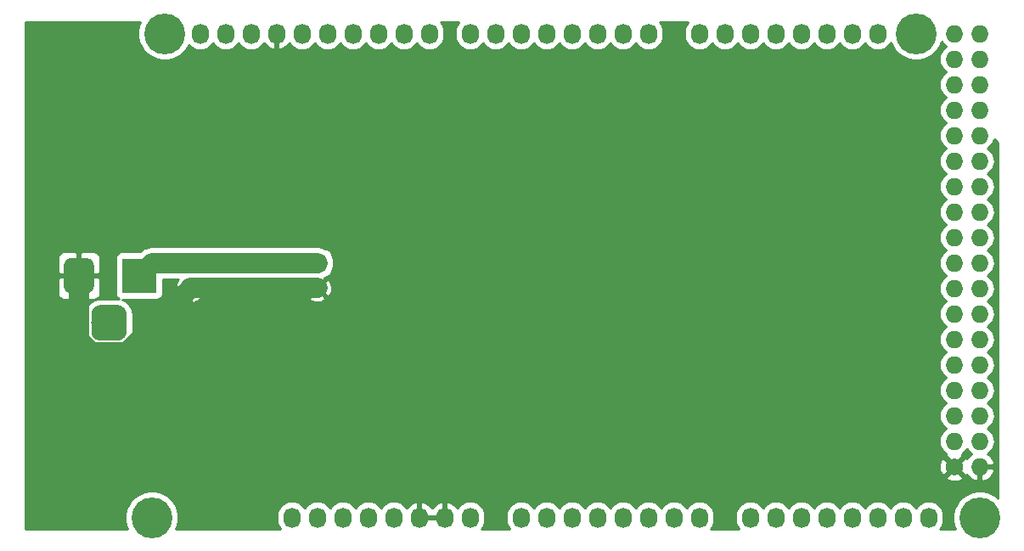
<source format=gtl>
G04 #@! TF.GenerationSoftware,KiCad,Pcbnew,(5.1.2-1)-1*
G04 #@! TF.CreationDate,2019-07-30T03:04:29+09:00*
G04 #@! TF.ProjectId,base-shield,62617365-2d73-4686-9965-6c642e6b6963,rev?*
G04 #@! TF.SameCoordinates,PX6296c50PY74079d0*
G04 #@! TF.FileFunction,Copper,L1,Top*
G04 #@! TF.FilePolarity,Positive*
%FSLAX46Y46*%
G04 Gerber Fmt 4.6, Leading zero omitted, Abs format (unit mm)*
G04 Created by KiCad (PCBNEW (5.1.2-1)-1) date 2019-07-30 03:04:29*
%MOMM*%
%LPD*%
G04 APERTURE LIST*
%ADD10C,1.727200*%
%ADD11O,1.727200X1.727200*%
%ADD12O,1.727200X2.032000*%
%ADD13C,4.064000*%
%ADD14R,1.600000X1.600000*%
%ADD15C,1.600000*%
%ADD16R,3.500000X3.500000*%
%ADD17C,0.100000*%
%ADD18C,3.000000*%
%ADD19C,3.500000*%
%ADD20R,1.700000X1.700000*%
%ADD21O,1.700000X1.700000*%
%ADD22C,1.200000*%
%ADD23C,2.000000*%
%ADD24C,0.254000*%
G04 APERTURE END LIST*
D10*
X93980000Y7620000D03*
D11*
X96520000Y7620000D03*
X93980000Y10160000D03*
X96520000Y10160000D03*
X93980000Y12700000D03*
X96520000Y12700000D03*
X93980000Y15240000D03*
X96520000Y15240000D03*
X93980000Y17780000D03*
X96520000Y17780000D03*
X93980000Y20320000D03*
X96520000Y20320000D03*
X93980000Y22860000D03*
X96520000Y22860000D03*
X93980000Y25400000D03*
X96520000Y25400000D03*
X93980000Y27940000D03*
X96520000Y27940000D03*
X93980000Y30480000D03*
X96520000Y30480000D03*
X93980000Y33020000D03*
X96520000Y33020000D03*
X93980000Y35560000D03*
X96520000Y35560000D03*
X93980000Y38100000D03*
X96520000Y38100000D03*
X93980000Y40640000D03*
X96520000Y40640000D03*
X93980000Y43180000D03*
X96520000Y43180000D03*
X93980000Y45720000D03*
X96520000Y45720000D03*
X93980000Y48260000D03*
X96520000Y48260000D03*
X93980000Y50800000D03*
X96520000Y50800000D03*
D12*
X27940000Y2540000D03*
X30480000Y2540000D03*
X33020000Y2540000D03*
X35560000Y2540000D03*
X38100000Y2540000D03*
X40640000Y2540000D03*
X43180000Y2540000D03*
X45720000Y2540000D03*
X50800000Y2540000D03*
X53340000Y2540000D03*
X55880000Y2540000D03*
X58420000Y2540000D03*
X60960000Y2540000D03*
X63500000Y2540000D03*
X66040000Y2540000D03*
X68580000Y2540000D03*
X73660000Y2540000D03*
X76200000Y2540000D03*
X78740000Y2540000D03*
X81280000Y2540000D03*
X83820000Y2540000D03*
X86360000Y2540000D03*
X88900000Y2540000D03*
X91440000Y2540000D03*
X18796000Y50800000D03*
X21336000Y50800000D03*
X23876000Y50800000D03*
X26416000Y50800000D03*
X28956000Y50800000D03*
X31496000Y50800000D03*
X34036000Y50800000D03*
X36576000Y50800000D03*
X39116000Y50800000D03*
X41656000Y50800000D03*
X45720000Y50800000D03*
X48260000Y50800000D03*
X50800000Y50800000D03*
X53340000Y50800000D03*
X55880000Y50800000D03*
X58420000Y50800000D03*
X60960000Y50800000D03*
X63500000Y50800000D03*
X68580000Y50800000D03*
X71120000Y50800000D03*
X73660000Y50800000D03*
X76200000Y50800000D03*
X78740000Y50800000D03*
X81280000Y50800000D03*
X83820000Y50800000D03*
X86360000Y50800000D03*
D13*
X13970000Y2540000D03*
X96520000Y2540000D03*
X15240000Y50800000D03*
X90170000Y50800000D03*
D14*
X30480000Y27940000D03*
D15*
X30480000Y25440000D03*
D16*
X12700000Y26670000D03*
D17*
G36*
X7523513Y28416389D02*
G01*
X7596318Y28405589D01*
X7667714Y28387705D01*
X7737013Y28362910D01*
X7803548Y28331441D01*
X7866678Y28293602D01*
X7925795Y28249758D01*
X7980330Y28200330D01*
X8029758Y28145795D01*
X8073602Y28086678D01*
X8111441Y28023548D01*
X8142910Y27957013D01*
X8167705Y27887714D01*
X8185589Y27816318D01*
X8196389Y27743513D01*
X8200000Y27670000D01*
X8200000Y25670000D01*
X8196389Y25596487D01*
X8185589Y25523682D01*
X8167705Y25452286D01*
X8142910Y25382987D01*
X8111441Y25316452D01*
X8073602Y25253322D01*
X8029758Y25194205D01*
X7980330Y25139670D01*
X7925795Y25090242D01*
X7866678Y25046398D01*
X7803548Y25008559D01*
X7737013Y24977090D01*
X7667714Y24952295D01*
X7596318Y24934411D01*
X7523513Y24923611D01*
X7450000Y24920000D01*
X5950000Y24920000D01*
X5876487Y24923611D01*
X5803682Y24934411D01*
X5732286Y24952295D01*
X5662987Y24977090D01*
X5596452Y25008559D01*
X5533322Y25046398D01*
X5474205Y25090242D01*
X5419670Y25139670D01*
X5370242Y25194205D01*
X5326398Y25253322D01*
X5288559Y25316452D01*
X5257090Y25382987D01*
X5232295Y25452286D01*
X5214411Y25523682D01*
X5203611Y25596487D01*
X5200000Y25670000D01*
X5200000Y27670000D01*
X5203611Y27743513D01*
X5214411Y27816318D01*
X5232295Y27887714D01*
X5257090Y27957013D01*
X5288559Y28023548D01*
X5326398Y28086678D01*
X5370242Y28145795D01*
X5419670Y28200330D01*
X5474205Y28249758D01*
X5533322Y28293602D01*
X5596452Y28331441D01*
X5662987Y28362910D01*
X5732286Y28387705D01*
X5803682Y28405589D01*
X5876487Y28416389D01*
X5950000Y28420000D01*
X7450000Y28420000D01*
X7523513Y28416389D01*
X7523513Y28416389D01*
G37*
D18*
X6700000Y26670000D03*
D17*
G36*
X10660765Y23715787D02*
G01*
X10745704Y23703187D01*
X10828999Y23682323D01*
X10909848Y23653395D01*
X10987472Y23616681D01*
X11061124Y23572536D01*
X11130094Y23521384D01*
X11193718Y23463718D01*
X11251384Y23400094D01*
X11302536Y23331124D01*
X11346681Y23257472D01*
X11383395Y23179848D01*
X11412323Y23098999D01*
X11433187Y23015704D01*
X11445787Y22930765D01*
X11450000Y22845000D01*
X11450000Y21095000D01*
X11445787Y21009235D01*
X11433187Y20924296D01*
X11412323Y20841001D01*
X11383395Y20760152D01*
X11346681Y20682528D01*
X11302536Y20608876D01*
X11251384Y20539906D01*
X11193718Y20476282D01*
X11130094Y20418616D01*
X11061124Y20367464D01*
X10987472Y20323319D01*
X10909848Y20286605D01*
X10828999Y20257677D01*
X10745704Y20236813D01*
X10660765Y20224213D01*
X10575000Y20220000D01*
X8825000Y20220000D01*
X8739235Y20224213D01*
X8654296Y20236813D01*
X8571001Y20257677D01*
X8490152Y20286605D01*
X8412528Y20323319D01*
X8338876Y20367464D01*
X8269906Y20418616D01*
X8206282Y20476282D01*
X8148616Y20539906D01*
X8097464Y20608876D01*
X8053319Y20682528D01*
X8016605Y20760152D01*
X7987677Y20841001D01*
X7966813Y20924296D01*
X7954213Y21009235D01*
X7950000Y21095000D01*
X7950000Y22845000D01*
X7954213Y22930765D01*
X7966813Y23015704D01*
X7987677Y23098999D01*
X8016605Y23179848D01*
X8053319Y23257472D01*
X8097464Y23331124D01*
X8148616Y23400094D01*
X8206282Y23463718D01*
X8269906Y23521384D01*
X8338876Y23572536D01*
X8412528Y23616681D01*
X8490152Y23653395D01*
X8571001Y23682323D01*
X8654296Y23703187D01*
X8739235Y23715787D01*
X8825000Y23720000D01*
X10575000Y23720000D01*
X10660765Y23715787D01*
X10660765Y23715787D01*
G37*
D19*
X9700000Y21970000D03*
D20*
X17780000Y27940000D03*
D21*
X17780000Y25400000D03*
D22*
X30440000Y25400000D02*
X30480000Y25440000D01*
D23*
X17820000Y25440000D02*
X17780000Y25400000D01*
X30480000Y25440000D02*
X17820000Y25440000D01*
X6700000Y20285492D02*
X6700000Y26670000D01*
X11434498Y19019990D02*
X7965502Y19019990D01*
X16930001Y24515493D02*
X11434498Y19019990D01*
X16930001Y24550001D02*
X16930001Y24515493D01*
X7965502Y19019990D02*
X6700000Y20285492D01*
X17780000Y25400000D02*
X16930001Y24550001D01*
X13970000Y27940000D02*
X17780000Y27940000D01*
X12700000Y26670000D02*
X13970000Y27940000D01*
X17780000Y27940000D02*
X30480000Y27940000D01*
D24*
G36*
X12675492Y51577935D02*
G01*
X12573000Y51062677D01*
X12573000Y50537323D01*
X12675492Y50022065D01*
X12876536Y49536702D01*
X13168406Y49099887D01*
X13539887Y48728406D01*
X13976702Y48436536D01*
X14462065Y48235492D01*
X14977323Y48133000D01*
X15502677Y48133000D01*
X16017935Y48235492D01*
X16503298Y48436536D01*
X16940113Y48728406D01*
X17311594Y49099887D01*
X17603464Y49536702D01*
X17659001Y49670781D01*
X17731203Y49582803D01*
X17959395Y49395531D01*
X18219737Y49256375D01*
X18502224Y49170684D01*
X18796000Y49141749D01*
X19089777Y49170684D01*
X19372264Y49256375D01*
X19632606Y49395531D01*
X19860797Y49582803D01*
X20048069Y49810994D01*
X20066000Y49844541D01*
X20083931Y49810994D01*
X20271203Y49582803D01*
X20499395Y49395531D01*
X20759737Y49256375D01*
X21042224Y49170684D01*
X21336000Y49141749D01*
X21629777Y49170684D01*
X21912264Y49256375D01*
X22172606Y49395531D01*
X22400797Y49582803D01*
X22588069Y49810994D01*
X22606000Y49844541D01*
X22623931Y49810994D01*
X22811203Y49582803D01*
X23039395Y49395531D01*
X23299737Y49256375D01*
X23582224Y49170684D01*
X23876000Y49141749D01*
X24169777Y49170684D01*
X24452264Y49256375D01*
X24712606Y49395531D01*
X24940797Y49582803D01*
X25128069Y49810994D01*
X25149424Y49850947D01*
X25297514Y49648271D01*
X25513965Y49449267D01*
X25765081Y49296314D01*
X26041211Y49195291D01*
X26056974Y49192642D01*
X26289000Y49313783D01*
X26289000Y50673000D01*
X26269000Y50673000D01*
X26269000Y50927000D01*
X26289000Y50927000D01*
X26289000Y50947000D01*
X26543000Y50947000D01*
X26543000Y50927000D01*
X26563000Y50927000D01*
X26563000Y50673000D01*
X26543000Y50673000D01*
X26543000Y49313783D01*
X26775026Y49192642D01*
X26790789Y49195291D01*
X27066919Y49296314D01*
X27318035Y49449267D01*
X27534486Y49648271D01*
X27682576Y49850947D01*
X27703931Y49810994D01*
X27891203Y49582803D01*
X28119395Y49395531D01*
X28379737Y49256375D01*
X28662224Y49170684D01*
X28956000Y49141749D01*
X29249777Y49170684D01*
X29532264Y49256375D01*
X29792606Y49395531D01*
X30020797Y49582803D01*
X30208069Y49810994D01*
X30226000Y49844541D01*
X30243931Y49810994D01*
X30431203Y49582803D01*
X30659395Y49395531D01*
X30919737Y49256375D01*
X31202224Y49170684D01*
X31496000Y49141749D01*
X31789777Y49170684D01*
X32072264Y49256375D01*
X32332606Y49395531D01*
X32560797Y49582803D01*
X32748069Y49810994D01*
X32766000Y49844541D01*
X32783931Y49810994D01*
X32971203Y49582803D01*
X33199395Y49395531D01*
X33459737Y49256375D01*
X33742224Y49170684D01*
X34036000Y49141749D01*
X34329777Y49170684D01*
X34612264Y49256375D01*
X34872606Y49395531D01*
X35100797Y49582803D01*
X35288069Y49810994D01*
X35306000Y49844541D01*
X35323931Y49810994D01*
X35511203Y49582803D01*
X35739395Y49395531D01*
X35999737Y49256375D01*
X36282224Y49170684D01*
X36576000Y49141749D01*
X36869777Y49170684D01*
X37152264Y49256375D01*
X37412606Y49395531D01*
X37640797Y49582803D01*
X37828069Y49810994D01*
X37846000Y49844541D01*
X37863931Y49810994D01*
X38051203Y49582803D01*
X38279395Y49395531D01*
X38539737Y49256375D01*
X38822224Y49170684D01*
X39116000Y49141749D01*
X39409777Y49170684D01*
X39692264Y49256375D01*
X39952606Y49395531D01*
X40180797Y49582803D01*
X40368069Y49810994D01*
X40386000Y49844541D01*
X40403931Y49810994D01*
X40591203Y49582803D01*
X40819395Y49395531D01*
X41079737Y49256375D01*
X41362224Y49170684D01*
X41656000Y49141749D01*
X41949777Y49170684D01*
X42232264Y49256375D01*
X42492606Y49395531D01*
X42720797Y49582803D01*
X42908069Y49810994D01*
X43047225Y50071337D01*
X43132916Y50353824D01*
X43154600Y50573982D01*
X43154600Y51026019D01*
X43132916Y51246177D01*
X43047225Y51528664D01*
X42908069Y51789006D01*
X42781689Y51943000D01*
X44594311Y51943000D01*
X44467931Y51789005D01*
X44328775Y51528663D01*
X44243084Y51246176D01*
X44221400Y51026018D01*
X44221400Y50573981D01*
X44243084Y50353823D01*
X44328775Y50071336D01*
X44467931Y49810994D01*
X44655203Y49582803D01*
X44883395Y49395531D01*
X45143737Y49256375D01*
X45426224Y49170684D01*
X45720000Y49141749D01*
X46013777Y49170684D01*
X46296264Y49256375D01*
X46556606Y49395531D01*
X46784797Y49582803D01*
X46972069Y49810994D01*
X46990000Y49844541D01*
X47007931Y49810994D01*
X47195203Y49582803D01*
X47423395Y49395531D01*
X47683737Y49256375D01*
X47966224Y49170684D01*
X48260000Y49141749D01*
X48553777Y49170684D01*
X48836264Y49256375D01*
X49096606Y49395531D01*
X49324797Y49582803D01*
X49512069Y49810994D01*
X49530000Y49844541D01*
X49547931Y49810994D01*
X49735203Y49582803D01*
X49963395Y49395531D01*
X50223737Y49256375D01*
X50506224Y49170684D01*
X50800000Y49141749D01*
X51093777Y49170684D01*
X51376264Y49256375D01*
X51636606Y49395531D01*
X51864797Y49582803D01*
X52052069Y49810994D01*
X52070000Y49844541D01*
X52087931Y49810994D01*
X52275203Y49582803D01*
X52503395Y49395531D01*
X52763737Y49256375D01*
X53046224Y49170684D01*
X53340000Y49141749D01*
X53633777Y49170684D01*
X53916264Y49256375D01*
X54176606Y49395531D01*
X54404797Y49582803D01*
X54592069Y49810994D01*
X54610000Y49844541D01*
X54627931Y49810994D01*
X54815203Y49582803D01*
X55043395Y49395531D01*
X55303737Y49256375D01*
X55586224Y49170684D01*
X55880000Y49141749D01*
X56173777Y49170684D01*
X56456264Y49256375D01*
X56716606Y49395531D01*
X56944797Y49582803D01*
X57132069Y49810994D01*
X57150000Y49844541D01*
X57167931Y49810994D01*
X57355203Y49582803D01*
X57583395Y49395531D01*
X57843737Y49256375D01*
X58126224Y49170684D01*
X58420000Y49141749D01*
X58713777Y49170684D01*
X58996264Y49256375D01*
X59256606Y49395531D01*
X59484797Y49582803D01*
X59672069Y49810994D01*
X59690000Y49844541D01*
X59707931Y49810994D01*
X59895203Y49582803D01*
X60123395Y49395531D01*
X60383737Y49256375D01*
X60666224Y49170684D01*
X60960000Y49141749D01*
X61253777Y49170684D01*
X61536264Y49256375D01*
X61796606Y49395531D01*
X62024797Y49582803D01*
X62212069Y49810994D01*
X62230000Y49844541D01*
X62247931Y49810994D01*
X62435203Y49582803D01*
X62663395Y49395531D01*
X62923737Y49256375D01*
X63206224Y49170684D01*
X63500000Y49141749D01*
X63793777Y49170684D01*
X64076264Y49256375D01*
X64336606Y49395531D01*
X64564797Y49582803D01*
X64752069Y49810994D01*
X64891225Y50071337D01*
X64976916Y50353824D01*
X64998600Y50573982D01*
X64998600Y51026019D01*
X64976916Y51246177D01*
X64891225Y51528664D01*
X64752069Y51789006D01*
X64625689Y51943000D01*
X67454311Y51943000D01*
X67327931Y51789005D01*
X67188775Y51528663D01*
X67103084Y51246176D01*
X67081400Y51026018D01*
X67081400Y50573981D01*
X67103084Y50353823D01*
X67188775Y50071336D01*
X67327931Y49810994D01*
X67515203Y49582803D01*
X67743395Y49395531D01*
X68003737Y49256375D01*
X68286224Y49170684D01*
X68580000Y49141749D01*
X68873777Y49170684D01*
X69156264Y49256375D01*
X69416606Y49395531D01*
X69644797Y49582803D01*
X69832069Y49810994D01*
X69850000Y49844541D01*
X69867931Y49810994D01*
X70055203Y49582803D01*
X70283395Y49395531D01*
X70543737Y49256375D01*
X70826224Y49170684D01*
X71120000Y49141749D01*
X71413777Y49170684D01*
X71696264Y49256375D01*
X71956606Y49395531D01*
X72184797Y49582803D01*
X72372069Y49810994D01*
X72390000Y49844541D01*
X72407931Y49810994D01*
X72595203Y49582803D01*
X72823395Y49395531D01*
X73083737Y49256375D01*
X73366224Y49170684D01*
X73660000Y49141749D01*
X73953777Y49170684D01*
X74236264Y49256375D01*
X74496606Y49395531D01*
X74724797Y49582803D01*
X74912069Y49810994D01*
X74930000Y49844541D01*
X74947931Y49810994D01*
X75135203Y49582803D01*
X75363395Y49395531D01*
X75623737Y49256375D01*
X75906224Y49170684D01*
X76200000Y49141749D01*
X76493777Y49170684D01*
X76776264Y49256375D01*
X77036606Y49395531D01*
X77264797Y49582803D01*
X77452069Y49810994D01*
X77470000Y49844541D01*
X77487931Y49810994D01*
X77675203Y49582803D01*
X77903395Y49395531D01*
X78163737Y49256375D01*
X78446224Y49170684D01*
X78740000Y49141749D01*
X79033777Y49170684D01*
X79316264Y49256375D01*
X79576606Y49395531D01*
X79804797Y49582803D01*
X79992069Y49810994D01*
X80010000Y49844541D01*
X80027931Y49810994D01*
X80215203Y49582803D01*
X80443395Y49395531D01*
X80703737Y49256375D01*
X80986224Y49170684D01*
X81280000Y49141749D01*
X81573777Y49170684D01*
X81856264Y49256375D01*
X82116606Y49395531D01*
X82344797Y49582803D01*
X82532069Y49810994D01*
X82550000Y49844541D01*
X82567931Y49810994D01*
X82755203Y49582803D01*
X82983395Y49395531D01*
X83243737Y49256375D01*
X83526224Y49170684D01*
X83820000Y49141749D01*
X84113777Y49170684D01*
X84396264Y49256375D01*
X84656606Y49395531D01*
X84884797Y49582803D01*
X85072069Y49810994D01*
X85090000Y49844541D01*
X85107931Y49810994D01*
X85295203Y49582803D01*
X85523395Y49395531D01*
X85783737Y49256375D01*
X86066224Y49170684D01*
X86360000Y49141749D01*
X86653777Y49170684D01*
X86936264Y49256375D01*
X87196606Y49395531D01*
X87424797Y49582803D01*
X87612069Y49810994D01*
X87657621Y49896215D01*
X87806536Y49536702D01*
X88098406Y49099887D01*
X88469887Y48728406D01*
X88906702Y48436536D01*
X89392065Y48235492D01*
X89907323Y48133000D01*
X90432677Y48133000D01*
X90947935Y48235492D01*
X91433298Y48436536D01*
X91870113Y48728406D01*
X92241594Y49099887D01*
X92533464Y49536702D01*
X92717945Y49982077D01*
X92727931Y49963394D01*
X92915203Y49735203D01*
X93143394Y49547931D01*
X93176940Y49530000D01*
X93143394Y49512069D01*
X92915203Y49324797D01*
X92727931Y49096606D01*
X92588775Y48836264D01*
X92503084Y48553777D01*
X92474149Y48260000D01*
X92503084Y47966223D01*
X92588775Y47683736D01*
X92727931Y47423394D01*
X92915203Y47195203D01*
X93143394Y47007931D01*
X93176940Y46990000D01*
X93143394Y46972069D01*
X92915203Y46784797D01*
X92727931Y46556606D01*
X92588775Y46296264D01*
X92503084Y46013777D01*
X92474149Y45720000D01*
X92503084Y45426223D01*
X92588775Y45143736D01*
X92727931Y44883394D01*
X92915203Y44655203D01*
X93143394Y44467931D01*
X93176940Y44450000D01*
X93143394Y44432069D01*
X92915203Y44244797D01*
X92727931Y44016606D01*
X92588775Y43756264D01*
X92503084Y43473777D01*
X92474149Y43180000D01*
X92503084Y42886223D01*
X92588775Y42603736D01*
X92727931Y42343394D01*
X92915203Y42115203D01*
X93143394Y41927931D01*
X93176940Y41910000D01*
X93143394Y41892069D01*
X92915203Y41704797D01*
X92727931Y41476606D01*
X92588775Y41216264D01*
X92503084Y40933777D01*
X92474149Y40640000D01*
X92503084Y40346223D01*
X92588775Y40063736D01*
X92727931Y39803394D01*
X92915203Y39575203D01*
X93143394Y39387931D01*
X93176940Y39370000D01*
X93143394Y39352069D01*
X92915203Y39164797D01*
X92727931Y38936606D01*
X92588775Y38676264D01*
X92503084Y38393777D01*
X92474149Y38100000D01*
X92503084Y37806223D01*
X92588775Y37523736D01*
X92727931Y37263394D01*
X92915203Y37035203D01*
X93143394Y36847931D01*
X93176940Y36830000D01*
X93143394Y36812069D01*
X92915203Y36624797D01*
X92727931Y36396606D01*
X92588775Y36136264D01*
X92503084Y35853777D01*
X92474149Y35560000D01*
X92503084Y35266223D01*
X92588775Y34983736D01*
X92727931Y34723394D01*
X92915203Y34495203D01*
X93143394Y34307931D01*
X93176940Y34290000D01*
X93143394Y34272069D01*
X92915203Y34084797D01*
X92727931Y33856606D01*
X92588775Y33596264D01*
X92503084Y33313777D01*
X92474149Y33020000D01*
X92503084Y32726223D01*
X92588775Y32443736D01*
X92727931Y32183394D01*
X92915203Y31955203D01*
X93143394Y31767931D01*
X93176940Y31750000D01*
X93143394Y31732069D01*
X92915203Y31544797D01*
X92727931Y31316606D01*
X92588775Y31056264D01*
X92503084Y30773777D01*
X92474149Y30480000D01*
X92503084Y30186223D01*
X92588775Y29903736D01*
X92727931Y29643394D01*
X92915203Y29415203D01*
X93143394Y29227931D01*
X93176940Y29210000D01*
X93143394Y29192069D01*
X92915203Y29004797D01*
X92727931Y28776606D01*
X92588775Y28516264D01*
X92503084Y28233777D01*
X92474149Y27940000D01*
X92503084Y27646223D01*
X92588775Y27363736D01*
X92727931Y27103394D01*
X92915203Y26875203D01*
X93143394Y26687931D01*
X93176940Y26670000D01*
X93143394Y26652069D01*
X92915203Y26464797D01*
X92727931Y26236606D01*
X92588775Y25976264D01*
X92503084Y25693777D01*
X92474149Y25400000D01*
X92503084Y25106223D01*
X92588775Y24823736D01*
X92727931Y24563394D01*
X92915203Y24335203D01*
X93143394Y24147931D01*
X93176940Y24130000D01*
X93143394Y24112069D01*
X92915203Y23924797D01*
X92727931Y23696606D01*
X92588775Y23436264D01*
X92503084Y23153777D01*
X92474149Y22860000D01*
X92503084Y22566223D01*
X92588775Y22283736D01*
X92727931Y22023394D01*
X92915203Y21795203D01*
X93143394Y21607931D01*
X93176940Y21590000D01*
X93143394Y21572069D01*
X92915203Y21384797D01*
X92727931Y21156606D01*
X92588775Y20896264D01*
X92503084Y20613777D01*
X92474149Y20320000D01*
X92503084Y20026223D01*
X92588775Y19743736D01*
X92727931Y19483394D01*
X92915203Y19255203D01*
X93143394Y19067931D01*
X93176940Y19050000D01*
X93143394Y19032069D01*
X92915203Y18844797D01*
X92727931Y18616606D01*
X92588775Y18356264D01*
X92503084Y18073777D01*
X92474149Y17780000D01*
X92503084Y17486223D01*
X92588775Y17203736D01*
X92727931Y16943394D01*
X92915203Y16715203D01*
X93143394Y16527931D01*
X93176940Y16510000D01*
X93143394Y16492069D01*
X92915203Y16304797D01*
X92727931Y16076606D01*
X92588775Y15816264D01*
X92503084Y15533777D01*
X92474149Y15240000D01*
X92503084Y14946223D01*
X92588775Y14663736D01*
X92727931Y14403394D01*
X92915203Y14175203D01*
X93143394Y13987931D01*
X93176940Y13970000D01*
X93143394Y13952069D01*
X92915203Y13764797D01*
X92727931Y13536606D01*
X92588775Y13276264D01*
X92503084Y12993777D01*
X92474149Y12700000D01*
X92503084Y12406223D01*
X92588775Y12123736D01*
X92727931Y11863394D01*
X92915203Y11635203D01*
X93143394Y11447931D01*
X93176940Y11430000D01*
X93143394Y11412069D01*
X92915203Y11224797D01*
X92727931Y10996606D01*
X92588775Y10736264D01*
X92503084Y10453777D01*
X92474149Y10160000D01*
X92503084Y9866223D01*
X92588775Y9583736D01*
X92727931Y9323394D01*
X92915203Y9095203D01*
X93143394Y8907931D01*
X93192305Y8881787D01*
X93121501Y8658104D01*
X93980000Y7799605D01*
X94838499Y8658104D01*
X94767695Y8881787D01*
X94816606Y8907931D01*
X95044797Y9095203D01*
X95232069Y9323394D01*
X95250000Y9356940D01*
X95267931Y9323394D01*
X95455203Y9095203D01*
X95683394Y8907931D01*
X95723433Y8886530D01*
X95509707Y8726854D01*
X95313183Y8508488D01*
X95251434Y8404641D01*
X95018104Y8478499D01*
X94159605Y7620000D01*
X95018104Y6761501D01*
X95251434Y6835359D01*
X95313183Y6731512D01*
X95509707Y6513146D01*
X95745056Y6337316D01*
X96010186Y6210778D01*
X96160974Y6165042D01*
X96393000Y6286183D01*
X96393000Y7493000D01*
X96647000Y7493000D01*
X96647000Y6286183D01*
X96879026Y6165042D01*
X97029814Y6210778D01*
X97294944Y6337316D01*
X97530293Y6513146D01*
X97726817Y6731512D01*
X97876964Y6984022D01*
X97974963Y7260973D01*
X97854464Y7493000D01*
X96647000Y7493000D01*
X96393000Y7493000D01*
X96373000Y7493000D01*
X96373000Y7747000D01*
X96393000Y7747000D01*
X96393000Y7767000D01*
X96647000Y7767000D01*
X96647000Y7747000D01*
X97854464Y7747000D01*
X97974963Y7979027D01*
X97876964Y8255978D01*
X97726817Y8508488D01*
X97530293Y8726854D01*
X97316567Y8886530D01*
X97356606Y8907931D01*
X97584797Y9095203D01*
X97772069Y9323394D01*
X97911225Y9583736D01*
X97996916Y9866223D01*
X98025851Y10160000D01*
X97996916Y10453777D01*
X97911225Y10736264D01*
X97772069Y10996606D01*
X97584797Y11224797D01*
X97356606Y11412069D01*
X97323060Y11430000D01*
X97356606Y11447931D01*
X97584797Y11635203D01*
X97772069Y11863394D01*
X97911225Y12123736D01*
X97996916Y12406223D01*
X98025851Y12700000D01*
X97996916Y12993777D01*
X97911225Y13276264D01*
X97772069Y13536606D01*
X97584797Y13764797D01*
X97356606Y13952069D01*
X97323060Y13970000D01*
X97356606Y13987931D01*
X97584797Y14175203D01*
X97772069Y14403394D01*
X97911225Y14663736D01*
X97996916Y14946223D01*
X98025851Y15240000D01*
X97996916Y15533777D01*
X97911225Y15816264D01*
X97772069Y16076606D01*
X97584797Y16304797D01*
X97356606Y16492069D01*
X97323060Y16510000D01*
X97356606Y16527931D01*
X97584797Y16715203D01*
X97772069Y16943394D01*
X97911225Y17203736D01*
X97996916Y17486223D01*
X98025851Y17780000D01*
X97996916Y18073777D01*
X97911225Y18356264D01*
X97772069Y18616606D01*
X97584797Y18844797D01*
X97356606Y19032069D01*
X97323060Y19050000D01*
X97356606Y19067931D01*
X97584797Y19255203D01*
X97772069Y19483394D01*
X97911225Y19743736D01*
X97996916Y20026223D01*
X98025851Y20320000D01*
X97996916Y20613777D01*
X97911225Y20896264D01*
X97772069Y21156606D01*
X97584797Y21384797D01*
X97356606Y21572069D01*
X97323060Y21590000D01*
X97356606Y21607931D01*
X97584797Y21795203D01*
X97772069Y22023394D01*
X97911225Y22283736D01*
X97996916Y22566223D01*
X98025851Y22860000D01*
X97996916Y23153777D01*
X97911225Y23436264D01*
X97772069Y23696606D01*
X97584797Y23924797D01*
X97356606Y24112069D01*
X97323060Y24130000D01*
X97356606Y24147931D01*
X97584797Y24335203D01*
X97772069Y24563394D01*
X97911225Y24823736D01*
X97996916Y25106223D01*
X98025851Y25400000D01*
X97996916Y25693777D01*
X97911225Y25976264D01*
X97772069Y26236606D01*
X97584797Y26464797D01*
X97356606Y26652069D01*
X97323060Y26670000D01*
X97356606Y26687931D01*
X97584797Y26875203D01*
X97772069Y27103394D01*
X97911225Y27363736D01*
X97996916Y27646223D01*
X98025851Y27940000D01*
X97996916Y28233777D01*
X97911225Y28516264D01*
X97772069Y28776606D01*
X97584797Y29004797D01*
X97356606Y29192069D01*
X97323060Y29210000D01*
X97356606Y29227931D01*
X97584797Y29415203D01*
X97772069Y29643394D01*
X97911225Y29903736D01*
X97996916Y30186223D01*
X98025851Y30480000D01*
X97996916Y30773777D01*
X97911225Y31056264D01*
X97772069Y31316606D01*
X97584797Y31544797D01*
X97356606Y31732069D01*
X97323060Y31750000D01*
X97356606Y31767931D01*
X97584797Y31955203D01*
X97772069Y32183394D01*
X97911225Y32443736D01*
X97996916Y32726223D01*
X98025851Y33020000D01*
X97996916Y33313777D01*
X97911225Y33596264D01*
X97772069Y33856606D01*
X97584797Y34084797D01*
X97356606Y34272069D01*
X97323060Y34290000D01*
X97356606Y34307931D01*
X97584797Y34495203D01*
X97772069Y34723394D01*
X97911225Y34983736D01*
X97996916Y35266223D01*
X98025851Y35560000D01*
X97996916Y35853777D01*
X97911225Y36136264D01*
X97772069Y36396606D01*
X97584797Y36624797D01*
X97356606Y36812069D01*
X97323060Y36830000D01*
X97356606Y36847931D01*
X97584797Y37035203D01*
X97772069Y37263394D01*
X97911225Y37523736D01*
X97996916Y37806223D01*
X98025851Y38100000D01*
X97996916Y38393777D01*
X97911225Y38676264D01*
X97772069Y38936606D01*
X97584797Y39164797D01*
X97356606Y39352069D01*
X97323060Y39370000D01*
X97356606Y39387931D01*
X97584797Y39575203D01*
X97772069Y39803394D01*
X97911225Y40063736D01*
X97975330Y40275064D01*
X98350000Y39900394D01*
X98350001Y4481706D01*
X98220113Y4611594D01*
X97783298Y4903464D01*
X97297935Y5104508D01*
X96782677Y5207000D01*
X96257323Y5207000D01*
X95742065Y5104508D01*
X95256702Y4903464D01*
X94819887Y4611594D01*
X94448406Y4240113D01*
X94156536Y3803298D01*
X93955492Y3317935D01*
X93853000Y2802677D01*
X93853000Y2277323D01*
X93955492Y1762065D01*
X94106707Y1397000D01*
X92565689Y1397000D01*
X92692069Y1550994D01*
X92831225Y1811337D01*
X92916916Y2093824D01*
X92938600Y2313982D01*
X92938600Y2766019D01*
X92916916Y2986177D01*
X92831225Y3268664D01*
X92692069Y3529006D01*
X92504797Y3757197D01*
X92276605Y3944469D01*
X92016263Y4083625D01*
X91733776Y4169316D01*
X91440000Y4198251D01*
X91146223Y4169316D01*
X90863736Y4083625D01*
X90603394Y3944469D01*
X90375203Y3757197D01*
X90187931Y3529005D01*
X90170000Y3495459D01*
X90152069Y3529006D01*
X89964797Y3757197D01*
X89736605Y3944469D01*
X89476263Y4083625D01*
X89193776Y4169316D01*
X88900000Y4198251D01*
X88606223Y4169316D01*
X88323736Y4083625D01*
X88063394Y3944469D01*
X87835203Y3757197D01*
X87647931Y3529005D01*
X87630000Y3495459D01*
X87612069Y3529006D01*
X87424797Y3757197D01*
X87196605Y3944469D01*
X86936263Y4083625D01*
X86653776Y4169316D01*
X86360000Y4198251D01*
X86066223Y4169316D01*
X85783736Y4083625D01*
X85523394Y3944469D01*
X85295203Y3757197D01*
X85107931Y3529005D01*
X85090000Y3495459D01*
X85072069Y3529006D01*
X84884797Y3757197D01*
X84656605Y3944469D01*
X84396263Y4083625D01*
X84113776Y4169316D01*
X83820000Y4198251D01*
X83526223Y4169316D01*
X83243736Y4083625D01*
X82983394Y3944469D01*
X82755203Y3757197D01*
X82567931Y3529005D01*
X82550000Y3495459D01*
X82532069Y3529006D01*
X82344797Y3757197D01*
X82116605Y3944469D01*
X81856263Y4083625D01*
X81573776Y4169316D01*
X81280000Y4198251D01*
X80986223Y4169316D01*
X80703736Y4083625D01*
X80443394Y3944469D01*
X80215203Y3757197D01*
X80027931Y3529005D01*
X80010000Y3495459D01*
X79992069Y3529006D01*
X79804797Y3757197D01*
X79576605Y3944469D01*
X79316263Y4083625D01*
X79033776Y4169316D01*
X78740000Y4198251D01*
X78446223Y4169316D01*
X78163736Y4083625D01*
X77903394Y3944469D01*
X77675203Y3757197D01*
X77487931Y3529005D01*
X77470000Y3495459D01*
X77452069Y3529006D01*
X77264797Y3757197D01*
X77036605Y3944469D01*
X76776263Y4083625D01*
X76493776Y4169316D01*
X76200000Y4198251D01*
X75906223Y4169316D01*
X75623736Y4083625D01*
X75363394Y3944469D01*
X75135203Y3757197D01*
X74947931Y3529005D01*
X74930000Y3495459D01*
X74912069Y3529006D01*
X74724797Y3757197D01*
X74496605Y3944469D01*
X74236263Y4083625D01*
X73953776Y4169316D01*
X73660000Y4198251D01*
X73366223Y4169316D01*
X73083736Y4083625D01*
X72823394Y3944469D01*
X72595203Y3757197D01*
X72407931Y3529005D01*
X72268775Y3268663D01*
X72183084Y2986176D01*
X72161400Y2766018D01*
X72161400Y2313981D01*
X72183084Y2093823D01*
X72268775Y1811336D01*
X72407931Y1550994D01*
X72534311Y1397000D01*
X69705689Y1397000D01*
X69832069Y1550994D01*
X69971225Y1811337D01*
X70056916Y2093824D01*
X70078600Y2313982D01*
X70078600Y2766019D01*
X70056916Y2986177D01*
X69971225Y3268664D01*
X69832069Y3529006D01*
X69644797Y3757197D01*
X69416605Y3944469D01*
X69156263Y4083625D01*
X68873776Y4169316D01*
X68580000Y4198251D01*
X68286223Y4169316D01*
X68003736Y4083625D01*
X67743394Y3944469D01*
X67515203Y3757197D01*
X67327931Y3529005D01*
X67310000Y3495459D01*
X67292069Y3529006D01*
X67104797Y3757197D01*
X66876605Y3944469D01*
X66616263Y4083625D01*
X66333776Y4169316D01*
X66040000Y4198251D01*
X65746223Y4169316D01*
X65463736Y4083625D01*
X65203394Y3944469D01*
X64975203Y3757197D01*
X64787931Y3529005D01*
X64770000Y3495459D01*
X64752069Y3529006D01*
X64564797Y3757197D01*
X64336605Y3944469D01*
X64076263Y4083625D01*
X63793776Y4169316D01*
X63500000Y4198251D01*
X63206223Y4169316D01*
X62923736Y4083625D01*
X62663394Y3944469D01*
X62435203Y3757197D01*
X62247931Y3529005D01*
X62230000Y3495459D01*
X62212069Y3529006D01*
X62024797Y3757197D01*
X61796605Y3944469D01*
X61536263Y4083625D01*
X61253776Y4169316D01*
X60960000Y4198251D01*
X60666223Y4169316D01*
X60383736Y4083625D01*
X60123394Y3944469D01*
X59895203Y3757197D01*
X59707931Y3529005D01*
X59690000Y3495459D01*
X59672069Y3529006D01*
X59484797Y3757197D01*
X59256605Y3944469D01*
X58996263Y4083625D01*
X58713776Y4169316D01*
X58420000Y4198251D01*
X58126223Y4169316D01*
X57843736Y4083625D01*
X57583394Y3944469D01*
X57355203Y3757197D01*
X57167931Y3529005D01*
X57150000Y3495459D01*
X57132069Y3529006D01*
X56944797Y3757197D01*
X56716605Y3944469D01*
X56456263Y4083625D01*
X56173776Y4169316D01*
X55880000Y4198251D01*
X55586223Y4169316D01*
X55303736Y4083625D01*
X55043394Y3944469D01*
X54815203Y3757197D01*
X54627931Y3529005D01*
X54610000Y3495459D01*
X54592069Y3529006D01*
X54404797Y3757197D01*
X54176605Y3944469D01*
X53916263Y4083625D01*
X53633776Y4169316D01*
X53340000Y4198251D01*
X53046223Y4169316D01*
X52763736Y4083625D01*
X52503394Y3944469D01*
X52275203Y3757197D01*
X52087931Y3529005D01*
X52070000Y3495459D01*
X52052069Y3529006D01*
X51864797Y3757197D01*
X51636605Y3944469D01*
X51376263Y4083625D01*
X51093776Y4169316D01*
X50800000Y4198251D01*
X50506223Y4169316D01*
X50223736Y4083625D01*
X49963394Y3944469D01*
X49735203Y3757197D01*
X49547931Y3529005D01*
X49408775Y3268663D01*
X49323084Y2986176D01*
X49301400Y2766018D01*
X49301400Y2313981D01*
X49323084Y2093823D01*
X49408775Y1811336D01*
X49547931Y1550994D01*
X49674311Y1397000D01*
X46845689Y1397000D01*
X46972069Y1550994D01*
X47111225Y1811337D01*
X47196916Y2093824D01*
X47218600Y2313982D01*
X47218600Y2766019D01*
X47196916Y2986177D01*
X47111225Y3268664D01*
X46972069Y3529006D01*
X46784797Y3757197D01*
X46556605Y3944469D01*
X46296263Y4083625D01*
X46013776Y4169316D01*
X45720000Y4198251D01*
X45426223Y4169316D01*
X45143736Y4083625D01*
X44883394Y3944469D01*
X44655203Y3757197D01*
X44467931Y3529005D01*
X44446576Y3489053D01*
X44298486Y3691729D01*
X44082035Y3890733D01*
X43830919Y4043686D01*
X43554789Y4144709D01*
X43539026Y4147358D01*
X43307000Y4026217D01*
X43307000Y2667000D01*
X43327000Y2667000D01*
X43327000Y2413000D01*
X43307000Y2413000D01*
X43307000Y2393000D01*
X43053000Y2393000D01*
X43053000Y2413000D01*
X40767000Y2413000D01*
X40767000Y2393000D01*
X40513000Y2393000D01*
X40513000Y2413000D01*
X40493000Y2413000D01*
X40493000Y2667000D01*
X40513000Y2667000D01*
X40513000Y4026217D01*
X40767000Y4026217D01*
X40767000Y2667000D01*
X43053000Y2667000D01*
X43053000Y4026217D01*
X42820974Y4147358D01*
X42805211Y4144709D01*
X42529081Y4043686D01*
X42277965Y3890733D01*
X42061514Y3691729D01*
X41910000Y3484367D01*
X41758486Y3691729D01*
X41542035Y3890733D01*
X41290919Y4043686D01*
X41014789Y4144709D01*
X40999026Y4147358D01*
X40767000Y4026217D01*
X40513000Y4026217D01*
X40280974Y4147358D01*
X40265211Y4144709D01*
X39989081Y4043686D01*
X39737965Y3890733D01*
X39521514Y3691729D01*
X39373424Y3489053D01*
X39352069Y3529006D01*
X39164797Y3757197D01*
X38936605Y3944469D01*
X38676263Y4083625D01*
X38393776Y4169316D01*
X38100000Y4198251D01*
X37806223Y4169316D01*
X37523736Y4083625D01*
X37263394Y3944469D01*
X37035203Y3757197D01*
X36847931Y3529005D01*
X36830000Y3495459D01*
X36812069Y3529006D01*
X36624797Y3757197D01*
X36396605Y3944469D01*
X36136263Y4083625D01*
X35853776Y4169316D01*
X35560000Y4198251D01*
X35266223Y4169316D01*
X34983736Y4083625D01*
X34723394Y3944469D01*
X34495203Y3757197D01*
X34307931Y3529005D01*
X34290000Y3495459D01*
X34272069Y3529006D01*
X34084797Y3757197D01*
X33856605Y3944469D01*
X33596263Y4083625D01*
X33313776Y4169316D01*
X33020000Y4198251D01*
X32726223Y4169316D01*
X32443736Y4083625D01*
X32183394Y3944469D01*
X31955203Y3757197D01*
X31767931Y3529005D01*
X31750000Y3495459D01*
X31732069Y3529006D01*
X31544797Y3757197D01*
X31316605Y3944469D01*
X31056263Y4083625D01*
X30773776Y4169316D01*
X30480000Y4198251D01*
X30186223Y4169316D01*
X29903736Y4083625D01*
X29643394Y3944469D01*
X29415203Y3757197D01*
X29227931Y3529005D01*
X29210000Y3495459D01*
X29192069Y3529006D01*
X29004797Y3757197D01*
X28776605Y3944469D01*
X28516263Y4083625D01*
X28233776Y4169316D01*
X27940000Y4198251D01*
X27646223Y4169316D01*
X27363736Y4083625D01*
X27103394Y3944469D01*
X26875203Y3757197D01*
X26687931Y3529005D01*
X26548775Y3268663D01*
X26463084Y2986176D01*
X26441400Y2766018D01*
X26441400Y2313981D01*
X26463084Y2093823D01*
X26548775Y1811336D01*
X26687931Y1550994D01*
X26814311Y1397000D01*
X16383293Y1397000D01*
X16534508Y1762065D01*
X16637000Y2277323D01*
X16637000Y2802677D01*
X16534508Y3317935D01*
X16333464Y3803298D01*
X16041594Y4240113D01*
X15670113Y4611594D01*
X15233298Y4903464D01*
X14747935Y5104508D01*
X14232677Y5207000D01*
X13707323Y5207000D01*
X13192065Y5104508D01*
X12706702Y4903464D01*
X12269887Y4611594D01*
X11898406Y4240113D01*
X11606536Y3803298D01*
X11405492Y3317935D01*
X11303000Y2802677D01*
X11303000Y2277323D01*
X11405492Y1762065D01*
X11556707Y1397000D01*
X1397000Y1397000D01*
X1397000Y6581896D01*
X93121501Y6581896D01*
X93200782Y6331433D01*
X93467141Y6204174D01*
X93753210Y6131325D01*
X94047993Y6115685D01*
X94340164Y6157855D01*
X94618493Y6256214D01*
X94759218Y6331433D01*
X94838499Y6581896D01*
X93980000Y7440395D01*
X93121501Y6581896D01*
X1397000Y6581896D01*
X1397000Y7552007D01*
X92475685Y7552007D01*
X92517855Y7259836D01*
X92616214Y6981507D01*
X92691433Y6840782D01*
X92941896Y6761501D01*
X93800395Y7620000D01*
X92941896Y8478499D01*
X92691433Y8399218D01*
X92564174Y8132859D01*
X92491325Y7846790D01*
X92475685Y7552007D01*
X1397000Y7552007D01*
X1397000Y22845000D01*
X7311928Y22845000D01*
X7311928Y21095000D01*
X7341001Y20799814D01*
X7427104Y20515972D01*
X7566927Y20254382D01*
X7755097Y20025097D01*
X7984382Y19836927D01*
X8245972Y19697104D01*
X8529814Y19611001D01*
X8825000Y19581928D01*
X10575000Y19581928D01*
X10870186Y19611001D01*
X11154028Y19697104D01*
X11415618Y19836927D01*
X11644903Y20025097D01*
X11833073Y20254382D01*
X11972896Y20515972D01*
X12058999Y20799814D01*
X12088072Y21095000D01*
X12088072Y22845000D01*
X12058999Y23140186D01*
X11972896Y23424028D01*
X11833073Y23685618D01*
X11644903Y23914903D01*
X11415618Y24103073D01*
X11154028Y24242896D01*
X11025357Y24281928D01*
X14450000Y24281928D01*
X14574482Y24294188D01*
X14694180Y24330498D01*
X14804494Y24389463D01*
X14901185Y24468815D01*
X14980537Y24565506D01*
X15039502Y24675820D01*
X15075812Y24795518D01*
X15088072Y24920000D01*
X15088072Y25043110D01*
X16338524Y25043110D01*
X16383175Y24895901D01*
X16508359Y24633080D01*
X16682412Y24399731D01*
X16898645Y24204822D01*
X17148748Y24055843D01*
X17423109Y23958519D01*
X17653000Y24079186D01*
X17653000Y25273000D01*
X17907000Y25273000D01*
X17907000Y24079186D01*
X18136891Y23958519D01*
X18411252Y24055843D01*
X18661355Y24204822D01*
X18877588Y24399731D01*
X18913067Y24447298D01*
X29666903Y24447298D01*
X29738486Y24203329D01*
X29993996Y24082429D01*
X30268184Y24013700D01*
X30550512Y23999783D01*
X30830130Y24041213D01*
X31096292Y24136397D01*
X31221514Y24203329D01*
X31293097Y24447298D01*
X30480000Y25260395D01*
X29666903Y24447298D01*
X18913067Y24447298D01*
X19051641Y24633080D01*
X19176825Y24895901D01*
X19221476Y25043110D01*
X19100155Y25273000D01*
X17907000Y25273000D01*
X17653000Y25273000D01*
X16459845Y25273000D01*
X16338524Y25043110D01*
X15088072Y25043110D01*
X15088072Y26305000D01*
X16611352Y26305000D01*
X16508359Y26166920D01*
X16383175Y25904099D01*
X16338524Y25756890D01*
X16459845Y25527000D01*
X17653000Y25527000D01*
X17653000Y25547000D01*
X17907000Y25547000D01*
X17907000Y25527000D01*
X19100155Y25527000D01*
X19221476Y25756890D01*
X19176825Y25904099D01*
X19051641Y26166920D01*
X18948648Y26305000D01*
X29435393Y26305000D01*
X29487296Y26253097D01*
X29243329Y26181514D01*
X29122429Y25926004D01*
X29053700Y25651816D01*
X29039783Y25369488D01*
X29081213Y25089870D01*
X29176397Y24823708D01*
X29243329Y24698486D01*
X29487298Y24626903D01*
X30300395Y25440000D01*
X30659605Y25440000D01*
X31472702Y24626903D01*
X31716671Y24698486D01*
X31837571Y24953996D01*
X31906300Y25228184D01*
X31920217Y25510512D01*
X31878787Y25790130D01*
X31783603Y26056292D01*
X31716671Y26181514D01*
X31472702Y26253097D01*
X30659605Y25440000D01*
X30300395Y25440000D01*
X30286253Y25454142D01*
X30465858Y25633747D01*
X30480000Y25619605D01*
X31293097Y26432702D01*
X31272785Y26501928D01*
X31280000Y26501928D01*
X31404482Y26514188D01*
X31524180Y26550498D01*
X31634494Y26609463D01*
X31731185Y26688815D01*
X31810537Y26785506D01*
X31869502Y26895820D01*
X31905812Y27015518D01*
X31918072Y27140000D01*
X31918072Y27162027D01*
X31997852Y27311285D01*
X32091343Y27619484D01*
X32122911Y27940000D01*
X32091343Y28260516D01*
X31997852Y28568715D01*
X31918072Y28717973D01*
X31918072Y28740000D01*
X31905812Y28864482D01*
X31869502Y28984180D01*
X31810537Y29094494D01*
X31731185Y29191185D01*
X31634494Y29270537D01*
X31524180Y29329502D01*
X31404482Y29365812D01*
X31280000Y29378072D01*
X31257973Y29378072D01*
X31108715Y29457852D01*
X30800516Y29551343D01*
X30560322Y29575000D01*
X14050319Y29575000D01*
X13969999Y29582911D01*
X13889680Y29575000D01*
X13889678Y29575000D01*
X13649484Y29551343D01*
X13341285Y29457852D01*
X13057248Y29306031D01*
X12808286Y29101714D01*
X12772470Y29058072D01*
X10950000Y29058072D01*
X10825518Y29045812D01*
X10705820Y29009502D01*
X10595506Y28950537D01*
X10498815Y28871185D01*
X10419463Y28774494D01*
X10360498Y28664180D01*
X10324188Y28544482D01*
X10311928Y28420000D01*
X10311928Y24920000D01*
X10324188Y24795518D01*
X10360498Y24675820D01*
X10419463Y24565506D01*
X10498815Y24468815D01*
X10595506Y24389463D01*
X10672131Y24348506D01*
X10575000Y24358072D01*
X8825000Y24358072D01*
X8529814Y24328999D01*
X8245972Y24242896D01*
X7984382Y24103073D01*
X7755097Y23914903D01*
X7566927Y23685618D01*
X7427104Y23424028D01*
X7341001Y23140186D01*
X7311928Y22845000D01*
X1397000Y22845000D01*
X1397000Y24920000D01*
X4561928Y24920000D01*
X4574188Y24795518D01*
X4610498Y24675820D01*
X4669463Y24565506D01*
X4748815Y24468815D01*
X4845506Y24389463D01*
X4955820Y24330498D01*
X5075518Y24294188D01*
X5200000Y24281928D01*
X6414250Y24285000D01*
X6573000Y24443750D01*
X6573000Y26543000D01*
X6827000Y26543000D01*
X6827000Y24443750D01*
X6985750Y24285000D01*
X8200000Y24281928D01*
X8324482Y24294188D01*
X8444180Y24330498D01*
X8554494Y24389463D01*
X8651185Y24468815D01*
X8730537Y24565506D01*
X8789502Y24675820D01*
X8825812Y24795518D01*
X8838072Y24920000D01*
X8835000Y26384250D01*
X8676250Y26543000D01*
X6827000Y26543000D01*
X6573000Y26543000D01*
X4723750Y26543000D01*
X4565000Y26384250D01*
X4561928Y24920000D01*
X1397000Y24920000D01*
X1397000Y28420000D01*
X4561928Y28420000D01*
X4565000Y26955750D01*
X4723750Y26797000D01*
X6573000Y26797000D01*
X6573000Y28896250D01*
X6827000Y28896250D01*
X6827000Y26797000D01*
X8676250Y26797000D01*
X8835000Y26955750D01*
X8838072Y28420000D01*
X8825812Y28544482D01*
X8789502Y28664180D01*
X8730537Y28774494D01*
X8651185Y28871185D01*
X8554494Y28950537D01*
X8444180Y29009502D01*
X8324482Y29045812D01*
X8200000Y29058072D01*
X6985750Y29055000D01*
X6827000Y28896250D01*
X6573000Y28896250D01*
X6414250Y29055000D01*
X5200000Y29058072D01*
X5075518Y29045812D01*
X4955820Y29009502D01*
X4845506Y28950537D01*
X4748815Y28871185D01*
X4669463Y28774494D01*
X4610498Y28664180D01*
X4574188Y28544482D01*
X4561928Y28420000D01*
X1397000Y28420000D01*
X1397000Y51943000D01*
X12826707Y51943000D01*
X12675492Y51577935D01*
X12675492Y51577935D01*
G37*
X12675492Y51577935D02*
X12573000Y51062677D01*
X12573000Y50537323D01*
X12675492Y50022065D01*
X12876536Y49536702D01*
X13168406Y49099887D01*
X13539887Y48728406D01*
X13976702Y48436536D01*
X14462065Y48235492D01*
X14977323Y48133000D01*
X15502677Y48133000D01*
X16017935Y48235492D01*
X16503298Y48436536D01*
X16940113Y48728406D01*
X17311594Y49099887D01*
X17603464Y49536702D01*
X17659001Y49670781D01*
X17731203Y49582803D01*
X17959395Y49395531D01*
X18219737Y49256375D01*
X18502224Y49170684D01*
X18796000Y49141749D01*
X19089777Y49170684D01*
X19372264Y49256375D01*
X19632606Y49395531D01*
X19860797Y49582803D01*
X20048069Y49810994D01*
X20066000Y49844541D01*
X20083931Y49810994D01*
X20271203Y49582803D01*
X20499395Y49395531D01*
X20759737Y49256375D01*
X21042224Y49170684D01*
X21336000Y49141749D01*
X21629777Y49170684D01*
X21912264Y49256375D01*
X22172606Y49395531D01*
X22400797Y49582803D01*
X22588069Y49810994D01*
X22606000Y49844541D01*
X22623931Y49810994D01*
X22811203Y49582803D01*
X23039395Y49395531D01*
X23299737Y49256375D01*
X23582224Y49170684D01*
X23876000Y49141749D01*
X24169777Y49170684D01*
X24452264Y49256375D01*
X24712606Y49395531D01*
X24940797Y49582803D01*
X25128069Y49810994D01*
X25149424Y49850947D01*
X25297514Y49648271D01*
X25513965Y49449267D01*
X25765081Y49296314D01*
X26041211Y49195291D01*
X26056974Y49192642D01*
X26289000Y49313783D01*
X26289000Y50673000D01*
X26269000Y50673000D01*
X26269000Y50927000D01*
X26289000Y50927000D01*
X26289000Y50947000D01*
X26543000Y50947000D01*
X26543000Y50927000D01*
X26563000Y50927000D01*
X26563000Y50673000D01*
X26543000Y50673000D01*
X26543000Y49313783D01*
X26775026Y49192642D01*
X26790789Y49195291D01*
X27066919Y49296314D01*
X27318035Y49449267D01*
X27534486Y49648271D01*
X27682576Y49850947D01*
X27703931Y49810994D01*
X27891203Y49582803D01*
X28119395Y49395531D01*
X28379737Y49256375D01*
X28662224Y49170684D01*
X28956000Y49141749D01*
X29249777Y49170684D01*
X29532264Y49256375D01*
X29792606Y49395531D01*
X30020797Y49582803D01*
X30208069Y49810994D01*
X30226000Y49844541D01*
X30243931Y49810994D01*
X30431203Y49582803D01*
X30659395Y49395531D01*
X30919737Y49256375D01*
X31202224Y49170684D01*
X31496000Y49141749D01*
X31789777Y49170684D01*
X32072264Y49256375D01*
X32332606Y49395531D01*
X32560797Y49582803D01*
X32748069Y49810994D01*
X32766000Y49844541D01*
X32783931Y49810994D01*
X32971203Y49582803D01*
X33199395Y49395531D01*
X33459737Y49256375D01*
X33742224Y49170684D01*
X34036000Y49141749D01*
X34329777Y49170684D01*
X34612264Y49256375D01*
X34872606Y49395531D01*
X35100797Y49582803D01*
X35288069Y49810994D01*
X35306000Y49844541D01*
X35323931Y49810994D01*
X35511203Y49582803D01*
X35739395Y49395531D01*
X35999737Y49256375D01*
X36282224Y49170684D01*
X36576000Y49141749D01*
X36869777Y49170684D01*
X37152264Y49256375D01*
X37412606Y49395531D01*
X37640797Y49582803D01*
X37828069Y49810994D01*
X37846000Y49844541D01*
X37863931Y49810994D01*
X38051203Y49582803D01*
X38279395Y49395531D01*
X38539737Y49256375D01*
X38822224Y49170684D01*
X39116000Y49141749D01*
X39409777Y49170684D01*
X39692264Y49256375D01*
X39952606Y49395531D01*
X40180797Y49582803D01*
X40368069Y49810994D01*
X40386000Y49844541D01*
X40403931Y49810994D01*
X40591203Y49582803D01*
X40819395Y49395531D01*
X41079737Y49256375D01*
X41362224Y49170684D01*
X41656000Y49141749D01*
X41949777Y49170684D01*
X42232264Y49256375D01*
X42492606Y49395531D01*
X42720797Y49582803D01*
X42908069Y49810994D01*
X43047225Y50071337D01*
X43132916Y50353824D01*
X43154600Y50573982D01*
X43154600Y51026019D01*
X43132916Y51246177D01*
X43047225Y51528664D01*
X42908069Y51789006D01*
X42781689Y51943000D01*
X44594311Y51943000D01*
X44467931Y51789005D01*
X44328775Y51528663D01*
X44243084Y51246176D01*
X44221400Y51026018D01*
X44221400Y50573981D01*
X44243084Y50353823D01*
X44328775Y50071336D01*
X44467931Y49810994D01*
X44655203Y49582803D01*
X44883395Y49395531D01*
X45143737Y49256375D01*
X45426224Y49170684D01*
X45720000Y49141749D01*
X46013777Y49170684D01*
X46296264Y49256375D01*
X46556606Y49395531D01*
X46784797Y49582803D01*
X46972069Y49810994D01*
X46990000Y49844541D01*
X47007931Y49810994D01*
X47195203Y49582803D01*
X47423395Y49395531D01*
X47683737Y49256375D01*
X47966224Y49170684D01*
X48260000Y49141749D01*
X48553777Y49170684D01*
X48836264Y49256375D01*
X49096606Y49395531D01*
X49324797Y49582803D01*
X49512069Y49810994D01*
X49530000Y49844541D01*
X49547931Y49810994D01*
X49735203Y49582803D01*
X49963395Y49395531D01*
X50223737Y49256375D01*
X50506224Y49170684D01*
X50800000Y49141749D01*
X51093777Y49170684D01*
X51376264Y49256375D01*
X51636606Y49395531D01*
X51864797Y49582803D01*
X52052069Y49810994D01*
X52070000Y49844541D01*
X52087931Y49810994D01*
X52275203Y49582803D01*
X52503395Y49395531D01*
X52763737Y49256375D01*
X53046224Y49170684D01*
X53340000Y49141749D01*
X53633777Y49170684D01*
X53916264Y49256375D01*
X54176606Y49395531D01*
X54404797Y49582803D01*
X54592069Y49810994D01*
X54610000Y49844541D01*
X54627931Y49810994D01*
X54815203Y49582803D01*
X55043395Y49395531D01*
X55303737Y49256375D01*
X55586224Y49170684D01*
X55880000Y49141749D01*
X56173777Y49170684D01*
X56456264Y49256375D01*
X56716606Y49395531D01*
X56944797Y49582803D01*
X57132069Y49810994D01*
X57150000Y49844541D01*
X57167931Y49810994D01*
X57355203Y49582803D01*
X57583395Y49395531D01*
X57843737Y49256375D01*
X58126224Y49170684D01*
X58420000Y49141749D01*
X58713777Y49170684D01*
X58996264Y49256375D01*
X59256606Y49395531D01*
X59484797Y49582803D01*
X59672069Y49810994D01*
X59690000Y49844541D01*
X59707931Y49810994D01*
X59895203Y49582803D01*
X60123395Y49395531D01*
X60383737Y49256375D01*
X60666224Y49170684D01*
X60960000Y49141749D01*
X61253777Y49170684D01*
X61536264Y49256375D01*
X61796606Y49395531D01*
X62024797Y49582803D01*
X62212069Y49810994D01*
X62230000Y49844541D01*
X62247931Y49810994D01*
X62435203Y49582803D01*
X62663395Y49395531D01*
X62923737Y49256375D01*
X63206224Y49170684D01*
X63500000Y49141749D01*
X63793777Y49170684D01*
X64076264Y49256375D01*
X64336606Y49395531D01*
X64564797Y49582803D01*
X64752069Y49810994D01*
X64891225Y50071337D01*
X64976916Y50353824D01*
X64998600Y50573982D01*
X64998600Y51026019D01*
X64976916Y51246177D01*
X64891225Y51528664D01*
X64752069Y51789006D01*
X64625689Y51943000D01*
X67454311Y51943000D01*
X67327931Y51789005D01*
X67188775Y51528663D01*
X67103084Y51246176D01*
X67081400Y51026018D01*
X67081400Y50573981D01*
X67103084Y50353823D01*
X67188775Y50071336D01*
X67327931Y49810994D01*
X67515203Y49582803D01*
X67743395Y49395531D01*
X68003737Y49256375D01*
X68286224Y49170684D01*
X68580000Y49141749D01*
X68873777Y49170684D01*
X69156264Y49256375D01*
X69416606Y49395531D01*
X69644797Y49582803D01*
X69832069Y49810994D01*
X69850000Y49844541D01*
X69867931Y49810994D01*
X70055203Y49582803D01*
X70283395Y49395531D01*
X70543737Y49256375D01*
X70826224Y49170684D01*
X71120000Y49141749D01*
X71413777Y49170684D01*
X71696264Y49256375D01*
X71956606Y49395531D01*
X72184797Y49582803D01*
X72372069Y49810994D01*
X72390000Y49844541D01*
X72407931Y49810994D01*
X72595203Y49582803D01*
X72823395Y49395531D01*
X73083737Y49256375D01*
X73366224Y49170684D01*
X73660000Y49141749D01*
X73953777Y49170684D01*
X74236264Y49256375D01*
X74496606Y49395531D01*
X74724797Y49582803D01*
X74912069Y49810994D01*
X74930000Y49844541D01*
X74947931Y49810994D01*
X75135203Y49582803D01*
X75363395Y49395531D01*
X75623737Y49256375D01*
X75906224Y49170684D01*
X76200000Y49141749D01*
X76493777Y49170684D01*
X76776264Y49256375D01*
X77036606Y49395531D01*
X77264797Y49582803D01*
X77452069Y49810994D01*
X77470000Y49844541D01*
X77487931Y49810994D01*
X77675203Y49582803D01*
X77903395Y49395531D01*
X78163737Y49256375D01*
X78446224Y49170684D01*
X78740000Y49141749D01*
X79033777Y49170684D01*
X79316264Y49256375D01*
X79576606Y49395531D01*
X79804797Y49582803D01*
X79992069Y49810994D01*
X80010000Y49844541D01*
X80027931Y49810994D01*
X80215203Y49582803D01*
X80443395Y49395531D01*
X80703737Y49256375D01*
X80986224Y49170684D01*
X81280000Y49141749D01*
X81573777Y49170684D01*
X81856264Y49256375D01*
X82116606Y49395531D01*
X82344797Y49582803D01*
X82532069Y49810994D01*
X82550000Y49844541D01*
X82567931Y49810994D01*
X82755203Y49582803D01*
X82983395Y49395531D01*
X83243737Y49256375D01*
X83526224Y49170684D01*
X83820000Y49141749D01*
X84113777Y49170684D01*
X84396264Y49256375D01*
X84656606Y49395531D01*
X84884797Y49582803D01*
X85072069Y49810994D01*
X85090000Y49844541D01*
X85107931Y49810994D01*
X85295203Y49582803D01*
X85523395Y49395531D01*
X85783737Y49256375D01*
X86066224Y49170684D01*
X86360000Y49141749D01*
X86653777Y49170684D01*
X86936264Y49256375D01*
X87196606Y49395531D01*
X87424797Y49582803D01*
X87612069Y49810994D01*
X87657621Y49896215D01*
X87806536Y49536702D01*
X88098406Y49099887D01*
X88469887Y48728406D01*
X88906702Y48436536D01*
X89392065Y48235492D01*
X89907323Y48133000D01*
X90432677Y48133000D01*
X90947935Y48235492D01*
X91433298Y48436536D01*
X91870113Y48728406D01*
X92241594Y49099887D01*
X92533464Y49536702D01*
X92717945Y49982077D01*
X92727931Y49963394D01*
X92915203Y49735203D01*
X93143394Y49547931D01*
X93176940Y49530000D01*
X93143394Y49512069D01*
X92915203Y49324797D01*
X92727931Y49096606D01*
X92588775Y48836264D01*
X92503084Y48553777D01*
X92474149Y48260000D01*
X92503084Y47966223D01*
X92588775Y47683736D01*
X92727931Y47423394D01*
X92915203Y47195203D01*
X93143394Y47007931D01*
X93176940Y46990000D01*
X93143394Y46972069D01*
X92915203Y46784797D01*
X92727931Y46556606D01*
X92588775Y46296264D01*
X92503084Y46013777D01*
X92474149Y45720000D01*
X92503084Y45426223D01*
X92588775Y45143736D01*
X92727931Y44883394D01*
X92915203Y44655203D01*
X93143394Y44467931D01*
X93176940Y44450000D01*
X93143394Y44432069D01*
X92915203Y44244797D01*
X92727931Y44016606D01*
X92588775Y43756264D01*
X92503084Y43473777D01*
X92474149Y43180000D01*
X92503084Y42886223D01*
X92588775Y42603736D01*
X92727931Y42343394D01*
X92915203Y42115203D01*
X93143394Y41927931D01*
X93176940Y41910000D01*
X93143394Y41892069D01*
X92915203Y41704797D01*
X92727931Y41476606D01*
X92588775Y41216264D01*
X92503084Y40933777D01*
X92474149Y40640000D01*
X92503084Y40346223D01*
X92588775Y40063736D01*
X92727931Y39803394D01*
X92915203Y39575203D01*
X93143394Y39387931D01*
X93176940Y39370000D01*
X93143394Y39352069D01*
X92915203Y39164797D01*
X92727931Y38936606D01*
X92588775Y38676264D01*
X92503084Y38393777D01*
X92474149Y38100000D01*
X92503084Y37806223D01*
X92588775Y37523736D01*
X92727931Y37263394D01*
X92915203Y37035203D01*
X93143394Y36847931D01*
X93176940Y36830000D01*
X93143394Y36812069D01*
X92915203Y36624797D01*
X92727931Y36396606D01*
X92588775Y36136264D01*
X92503084Y35853777D01*
X92474149Y35560000D01*
X92503084Y35266223D01*
X92588775Y34983736D01*
X92727931Y34723394D01*
X92915203Y34495203D01*
X93143394Y34307931D01*
X93176940Y34290000D01*
X93143394Y34272069D01*
X92915203Y34084797D01*
X92727931Y33856606D01*
X92588775Y33596264D01*
X92503084Y33313777D01*
X92474149Y33020000D01*
X92503084Y32726223D01*
X92588775Y32443736D01*
X92727931Y32183394D01*
X92915203Y31955203D01*
X93143394Y31767931D01*
X93176940Y31750000D01*
X93143394Y31732069D01*
X92915203Y31544797D01*
X92727931Y31316606D01*
X92588775Y31056264D01*
X92503084Y30773777D01*
X92474149Y30480000D01*
X92503084Y30186223D01*
X92588775Y29903736D01*
X92727931Y29643394D01*
X92915203Y29415203D01*
X93143394Y29227931D01*
X93176940Y29210000D01*
X93143394Y29192069D01*
X92915203Y29004797D01*
X92727931Y28776606D01*
X92588775Y28516264D01*
X92503084Y28233777D01*
X92474149Y27940000D01*
X92503084Y27646223D01*
X92588775Y27363736D01*
X92727931Y27103394D01*
X92915203Y26875203D01*
X93143394Y26687931D01*
X93176940Y26670000D01*
X93143394Y26652069D01*
X92915203Y26464797D01*
X92727931Y26236606D01*
X92588775Y25976264D01*
X92503084Y25693777D01*
X92474149Y25400000D01*
X92503084Y25106223D01*
X92588775Y24823736D01*
X92727931Y24563394D01*
X92915203Y24335203D01*
X93143394Y24147931D01*
X93176940Y24130000D01*
X93143394Y24112069D01*
X92915203Y23924797D01*
X92727931Y23696606D01*
X92588775Y23436264D01*
X92503084Y23153777D01*
X92474149Y22860000D01*
X92503084Y22566223D01*
X92588775Y22283736D01*
X92727931Y22023394D01*
X92915203Y21795203D01*
X93143394Y21607931D01*
X93176940Y21590000D01*
X93143394Y21572069D01*
X92915203Y21384797D01*
X92727931Y21156606D01*
X92588775Y20896264D01*
X92503084Y20613777D01*
X92474149Y20320000D01*
X92503084Y20026223D01*
X92588775Y19743736D01*
X92727931Y19483394D01*
X92915203Y19255203D01*
X93143394Y19067931D01*
X93176940Y19050000D01*
X93143394Y19032069D01*
X92915203Y18844797D01*
X92727931Y18616606D01*
X92588775Y18356264D01*
X92503084Y18073777D01*
X92474149Y17780000D01*
X92503084Y17486223D01*
X92588775Y17203736D01*
X92727931Y16943394D01*
X92915203Y16715203D01*
X93143394Y16527931D01*
X93176940Y16510000D01*
X93143394Y16492069D01*
X92915203Y16304797D01*
X92727931Y16076606D01*
X92588775Y15816264D01*
X92503084Y15533777D01*
X92474149Y15240000D01*
X92503084Y14946223D01*
X92588775Y14663736D01*
X92727931Y14403394D01*
X92915203Y14175203D01*
X93143394Y13987931D01*
X93176940Y13970000D01*
X93143394Y13952069D01*
X92915203Y13764797D01*
X92727931Y13536606D01*
X92588775Y13276264D01*
X92503084Y12993777D01*
X92474149Y12700000D01*
X92503084Y12406223D01*
X92588775Y12123736D01*
X92727931Y11863394D01*
X92915203Y11635203D01*
X93143394Y11447931D01*
X93176940Y11430000D01*
X93143394Y11412069D01*
X92915203Y11224797D01*
X92727931Y10996606D01*
X92588775Y10736264D01*
X92503084Y10453777D01*
X92474149Y10160000D01*
X92503084Y9866223D01*
X92588775Y9583736D01*
X92727931Y9323394D01*
X92915203Y9095203D01*
X93143394Y8907931D01*
X93192305Y8881787D01*
X93121501Y8658104D01*
X93980000Y7799605D01*
X94838499Y8658104D01*
X94767695Y8881787D01*
X94816606Y8907931D01*
X95044797Y9095203D01*
X95232069Y9323394D01*
X95250000Y9356940D01*
X95267931Y9323394D01*
X95455203Y9095203D01*
X95683394Y8907931D01*
X95723433Y8886530D01*
X95509707Y8726854D01*
X95313183Y8508488D01*
X95251434Y8404641D01*
X95018104Y8478499D01*
X94159605Y7620000D01*
X95018104Y6761501D01*
X95251434Y6835359D01*
X95313183Y6731512D01*
X95509707Y6513146D01*
X95745056Y6337316D01*
X96010186Y6210778D01*
X96160974Y6165042D01*
X96393000Y6286183D01*
X96393000Y7493000D01*
X96647000Y7493000D01*
X96647000Y6286183D01*
X96879026Y6165042D01*
X97029814Y6210778D01*
X97294944Y6337316D01*
X97530293Y6513146D01*
X97726817Y6731512D01*
X97876964Y6984022D01*
X97974963Y7260973D01*
X97854464Y7493000D01*
X96647000Y7493000D01*
X96393000Y7493000D01*
X96373000Y7493000D01*
X96373000Y7747000D01*
X96393000Y7747000D01*
X96393000Y7767000D01*
X96647000Y7767000D01*
X96647000Y7747000D01*
X97854464Y7747000D01*
X97974963Y7979027D01*
X97876964Y8255978D01*
X97726817Y8508488D01*
X97530293Y8726854D01*
X97316567Y8886530D01*
X97356606Y8907931D01*
X97584797Y9095203D01*
X97772069Y9323394D01*
X97911225Y9583736D01*
X97996916Y9866223D01*
X98025851Y10160000D01*
X97996916Y10453777D01*
X97911225Y10736264D01*
X97772069Y10996606D01*
X97584797Y11224797D01*
X97356606Y11412069D01*
X97323060Y11430000D01*
X97356606Y11447931D01*
X97584797Y11635203D01*
X97772069Y11863394D01*
X97911225Y12123736D01*
X97996916Y12406223D01*
X98025851Y12700000D01*
X97996916Y12993777D01*
X97911225Y13276264D01*
X97772069Y13536606D01*
X97584797Y13764797D01*
X97356606Y13952069D01*
X97323060Y13970000D01*
X97356606Y13987931D01*
X97584797Y14175203D01*
X97772069Y14403394D01*
X97911225Y14663736D01*
X97996916Y14946223D01*
X98025851Y15240000D01*
X97996916Y15533777D01*
X97911225Y15816264D01*
X97772069Y16076606D01*
X97584797Y16304797D01*
X97356606Y16492069D01*
X97323060Y16510000D01*
X97356606Y16527931D01*
X97584797Y16715203D01*
X97772069Y16943394D01*
X97911225Y17203736D01*
X97996916Y17486223D01*
X98025851Y17780000D01*
X97996916Y18073777D01*
X97911225Y18356264D01*
X97772069Y18616606D01*
X97584797Y18844797D01*
X97356606Y19032069D01*
X97323060Y19050000D01*
X97356606Y19067931D01*
X97584797Y19255203D01*
X97772069Y19483394D01*
X97911225Y19743736D01*
X97996916Y20026223D01*
X98025851Y20320000D01*
X97996916Y20613777D01*
X97911225Y20896264D01*
X97772069Y21156606D01*
X97584797Y21384797D01*
X97356606Y21572069D01*
X97323060Y21590000D01*
X97356606Y21607931D01*
X97584797Y21795203D01*
X97772069Y22023394D01*
X97911225Y22283736D01*
X97996916Y22566223D01*
X98025851Y22860000D01*
X97996916Y23153777D01*
X97911225Y23436264D01*
X97772069Y23696606D01*
X97584797Y23924797D01*
X97356606Y24112069D01*
X97323060Y24130000D01*
X97356606Y24147931D01*
X97584797Y24335203D01*
X97772069Y24563394D01*
X97911225Y24823736D01*
X97996916Y25106223D01*
X98025851Y25400000D01*
X97996916Y25693777D01*
X97911225Y25976264D01*
X97772069Y26236606D01*
X97584797Y26464797D01*
X97356606Y26652069D01*
X97323060Y26670000D01*
X97356606Y26687931D01*
X97584797Y26875203D01*
X97772069Y27103394D01*
X97911225Y27363736D01*
X97996916Y27646223D01*
X98025851Y27940000D01*
X97996916Y28233777D01*
X97911225Y28516264D01*
X97772069Y28776606D01*
X97584797Y29004797D01*
X97356606Y29192069D01*
X97323060Y29210000D01*
X97356606Y29227931D01*
X97584797Y29415203D01*
X97772069Y29643394D01*
X97911225Y29903736D01*
X97996916Y30186223D01*
X98025851Y30480000D01*
X97996916Y30773777D01*
X97911225Y31056264D01*
X97772069Y31316606D01*
X97584797Y31544797D01*
X97356606Y31732069D01*
X97323060Y31750000D01*
X97356606Y31767931D01*
X97584797Y31955203D01*
X97772069Y32183394D01*
X97911225Y32443736D01*
X97996916Y32726223D01*
X98025851Y33020000D01*
X97996916Y33313777D01*
X97911225Y33596264D01*
X97772069Y33856606D01*
X97584797Y34084797D01*
X97356606Y34272069D01*
X97323060Y34290000D01*
X97356606Y34307931D01*
X97584797Y34495203D01*
X97772069Y34723394D01*
X97911225Y34983736D01*
X97996916Y35266223D01*
X98025851Y35560000D01*
X97996916Y35853777D01*
X97911225Y36136264D01*
X97772069Y36396606D01*
X97584797Y36624797D01*
X97356606Y36812069D01*
X97323060Y36830000D01*
X97356606Y36847931D01*
X97584797Y37035203D01*
X97772069Y37263394D01*
X97911225Y37523736D01*
X97996916Y37806223D01*
X98025851Y38100000D01*
X97996916Y38393777D01*
X97911225Y38676264D01*
X97772069Y38936606D01*
X97584797Y39164797D01*
X97356606Y39352069D01*
X97323060Y39370000D01*
X97356606Y39387931D01*
X97584797Y39575203D01*
X97772069Y39803394D01*
X97911225Y40063736D01*
X97975330Y40275064D01*
X98350000Y39900394D01*
X98350001Y4481706D01*
X98220113Y4611594D01*
X97783298Y4903464D01*
X97297935Y5104508D01*
X96782677Y5207000D01*
X96257323Y5207000D01*
X95742065Y5104508D01*
X95256702Y4903464D01*
X94819887Y4611594D01*
X94448406Y4240113D01*
X94156536Y3803298D01*
X93955492Y3317935D01*
X93853000Y2802677D01*
X93853000Y2277323D01*
X93955492Y1762065D01*
X94106707Y1397000D01*
X92565689Y1397000D01*
X92692069Y1550994D01*
X92831225Y1811337D01*
X92916916Y2093824D01*
X92938600Y2313982D01*
X92938600Y2766019D01*
X92916916Y2986177D01*
X92831225Y3268664D01*
X92692069Y3529006D01*
X92504797Y3757197D01*
X92276605Y3944469D01*
X92016263Y4083625D01*
X91733776Y4169316D01*
X91440000Y4198251D01*
X91146223Y4169316D01*
X90863736Y4083625D01*
X90603394Y3944469D01*
X90375203Y3757197D01*
X90187931Y3529005D01*
X90170000Y3495459D01*
X90152069Y3529006D01*
X89964797Y3757197D01*
X89736605Y3944469D01*
X89476263Y4083625D01*
X89193776Y4169316D01*
X88900000Y4198251D01*
X88606223Y4169316D01*
X88323736Y4083625D01*
X88063394Y3944469D01*
X87835203Y3757197D01*
X87647931Y3529005D01*
X87630000Y3495459D01*
X87612069Y3529006D01*
X87424797Y3757197D01*
X87196605Y3944469D01*
X86936263Y4083625D01*
X86653776Y4169316D01*
X86360000Y4198251D01*
X86066223Y4169316D01*
X85783736Y4083625D01*
X85523394Y3944469D01*
X85295203Y3757197D01*
X85107931Y3529005D01*
X85090000Y3495459D01*
X85072069Y3529006D01*
X84884797Y3757197D01*
X84656605Y3944469D01*
X84396263Y4083625D01*
X84113776Y4169316D01*
X83820000Y4198251D01*
X83526223Y4169316D01*
X83243736Y4083625D01*
X82983394Y3944469D01*
X82755203Y3757197D01*
X82567931Y3529005D01*
X82550000Y3495459D01*
X82532069Y3529006D01*
X82344797Y3757197D01*
X82116605Y3944469D01*
X81856263Y4083625D01*
X81573776Y4169316D01*
X81280000Y4198251D01*
X80986223Y4169316D01*
X80703736Y4083625D01*
X80443394Y3944469D01*
X80215203Y3757197D01*
X80027931Y3529005D01*
X80010000Y3495459D01*
X79992069Y3529006D01*
X79804797Y3757197D01*
X79576605Y3944469D01*
X79316263Y4083625D01*
X79033776Y4169316D01*
X78740000Y4198251D01*
X78446223Y4169316D01*
X78163736Y4083625D01*
X77903394Y3944469D01*
X77675203Y3757197D01*
X77487931Y3529005D01*
X77470000Y3495459D01*
X77452069Y3529006D01*
X77264797Y3757197D01*
X77036605Y3944469D01*
X76776263Y4083625D01*
X76493776Y4169316D01*
X76200000Y4198251D01*
X75906223Y4169316D01*
X75623736Y4083625D01*
X75363394Y3944469D01*
X75135203Y3757197D01*
X74947931Y3529005D01*
X74930000Y3495459D01*
X74912069Y3529006D01*
X74724797Y3757197D01*
X74496605Y3944469D01*
X74236263Y4083625D01*
X73953776Y4169316D01*
X73660000Y4198251D01*
X73366223Y4169316D01*
X73083736Y4083625D01*
X72823394Y3944469D01*
X72595203Y3757197D01*
X72407931Y3529005D01*
X72268775Y3268663D01*
X72183084Y2986176D01*
X72161400Y2766018D01*
X72161400Y2313981D01*
X72183084Y2093823D01*
X72268775Y1811336D01*
X72407931Y1550994D01*
X72534311Y1397000D01*
X69705689Y1397000D01*
X69832069Y1550994D01*
X69971225Y1811337D01*
X70056916Y2093824D01*
X70078600Y2313982D01*
X70078600Y2766019D01*
X70056916Y2986177D01*
X69971225Y3268664D01*
X69832069Y3529006D01*
X69644797Y3757197D01*
X69416605Y3944469D01*
X69156263Y4083625D01*
X68873776Y4169316D01*
X68580000Y4198251D01*
X68286223Y4169316D01*
X68003736Y4083625D01*
X67743394Y3944469D01*
X67515203Y3757197D01*
X67327931Y3529005D01*
X67310000Y3495459D01*
X67292069Y3529006D01*
X67104797Y3757197D01*
X66876605Y3944469D01*
X66616263Y4083625D01*
X66333776Y4169316D01*
X66040000Y4198251D01*
X65746223Y4169316D01*
X65463736Y4083625D01*
X65203394Y3944469D01*
X64975203Y3757197D01*
X64787931Y3529005D01*
X64770000Y3495459D01*
X64752069Y3529006D01*
X64564797Y3757197D01*
X64336605Y3944469D01*
X64076263Y4083625D01*
X63793776Y4169316D01*
X63500000Y4198251D01*
X63206223Y4169316D01*
X62923736Y4083625D01*
X62663394Y3944469D01*
X62435203Y3757197D01*
X62247931Y3529005D01*
X62230000Y3495459D01*
X62212069Y3529006D01*
X62024797Y3757197D01*
X61796605Y3944469D01*
X61536263Y4083625D01*
X61253776Y4169316D01*
X60960000Y4198251D01*
X60666223Y4169316D01*
X60383736Y4083625D01*
X60123394Y3944469D01*
X59895203Y3757197D01*
X59707931Y3529005D01*
X59690000Y3495459D01*
X59672069Y3529006D01*
X59484797Y3757197D01*
X59256605Y3944469D01*
X58996263Y4083625D01*
X58713776Y4169316D01*
X58420000Y4198251D01*
X58126223Y4169316D01*
X57843736Y4083625D01*
X57583394Y3944469D01*
X57355203Y3757197D01*
X57167931Y3529005D01*
X57150000Y3495459D01*
X57132069Y3529006D01*
X56944797Y3757197D01*
X56716605Y3944469D01*
X56456263Y4083625D01*
X56173776Y4169316D01*
X55880000Y4198251D01*
X55586223Y4169316D01*
X55303736Y4083625D01*
X55043394Y3944469D01*
X54815203Y3757197D01*
X54627931Y3529005D01*
X54610000Y3495459D01*
X54592069Y3529006D01*
X54404797Y3757197D01*
X54176605Y3944469D01*
X53916263Y4083625D01*
X53633776Y4169316D01*
X53340000Y4198251D01*
X53046223Y4169316D01*
X52763736Y4083625D01*
X52503394Y3944469D01*
X52275203Y3757197D01*
X52087931Y3529005D01*
X52070000Y3495459D01*
X52052069Y3529006D01*
X51864797Y3757197D01*
X51636605Y3944469D01*
X51376263Y4083625D01*
X51093776Y4169316D01*
X50800000Y4198251D01*
X50506223Y4169316D01*
X50223736Y4083625D01*
X49963394Y3944469D01*
X49735203Y3757197D01*
X49547931Y3529005D01*
X49408775Y3268663D01*
X49323084Y2986176D01*
X49301400Y2766018D01*
X49301400Y2313981D01*
X49323084Y2093823D01*
X49408775Y1811336D01*
X49547931Y1550994D01*
X49674311Y1397000D01*
X46845689Y1397000D01*
X46972069Y1550994D01*
X47111225Y1811337D01*
X47196916Y2093824D01*
X47218600Y2313982D01*
X47218600Y2766019D01*
X47196916Y2986177D01*
X47111225Y3268664D01*
X46972069Y3529006D01*
X46784797Y3757197D01*
X46556605Y3944469D01*
X46296263Y4083625D01*
X46013776Y4169316D01*
X45720000Y4198251D01*
X45426223Y4169316D01*
X45143736Y4083625D01*
X44883394Y3944469D01*
X44655203Y3757197D01*
X44467931Y3529005D01*
X44446576Y3489053D01*
X44298486Y3691729D01*
X44082035Y3890733D01*
X43830919Y4043686D01*
X43554789Y4144709D01*
X43539026Y4147358D01*
X43307000Y4026217D01*
X43307000Y2667000D01*
X43327000Y2667000D01*
X43327000Y2413000D01*
X43307000Y2413000D01*
X43307000Y2393000D01*
X43053000Y2393000D01*
X43053000Y2413000D01*
X40767000Y2413000D01*
X40767000Y2393000D01*
X40513000Y2393000D01*
X40513000Y2413000D01*
X40493000Y2413000D01*
X40493000Y2667000D01*
X40513000Y2667000D01*
X40513000Y4026217D01*
X40767000Y4026217D01*
X40767000Y2667000D01*
X43053000Y2667000D01*
X43053000Y4026217D01*
X42820974Y4147358D01*
X42805211Y4144709D01*
X42529081Y4043686D01*
X42277965Y3890733D01*
X42061514Y3691729D01*
X41910000Y3484367D01*
X41758486Y3691729D01*
X41542035Y3890733D01*
X41290919Y4043686D01*
X41014789Y4144709D01*
X40999026Y4147358D01*
X40767000Y4026217D01*
X40513000Y4026217D01*
X40280974Y4147358D01*
X40265211Y4144709D01*
X39989081Y4043686D01*
X39737965Y3890733D01*
X39521514Y3691729D01*
X39373424Y3489053D01*
X39352069Y3529006D01*
X39164797Y3757197D01*
X38936605Y3944469D01*
X38676263Y4083625D01*
X38393776Y4169316D01*
X38100000Y4198251D01*
X37806223Y4169316D01*
X37523736Y4083625D01*
X37263394Y3944469D01*
X37035203Y3757197D01*
X36847931Y3529005D01*
X36830000Y3495459D01*
X36812069Y3529006D01*
X36624797Y3757197D01*
X36396605Y3944469D01*
X36136263Y4083625D01*
X35853776Y4169316D01*
X35560000Y4198251D01*
X35266223Y4169316D01*
X34983736Y4083625D01*
X34723394Y3944469D01*
X34495203Y3757197D01*
X34307931Y3529005D01*
X34290000Y3495459D01*
X34272069Y3529006D01*
X34084797Y3757197D01*
X33856605Y3944469D01*
X33596263Y4083625D01*
X33313776Y4169316D01*
X33020000Y4198251D01*
X32726223Y4169316D01*
X32443736Y4083625D01*
X32183394Y3944469D01*
X31955203Y3757197D01*
X31767931Y3529005D01*
X31750000Y3495459D01*
X31732069Y3529006D01*
X31544797Y3757197D01*
X31316605Y3944469D01*
X31056263Y4083625D01*
X30773776Y4169316D01*
X30480000Y4198251D01*
X30186223Y4169316D01*
X29903736Y4083625D01*
X29643394Y3944469D01*
X29415203Y3757197D01*
X29227931Y3529005D01*
X29210000Y3495459D01*
X29192069Y3529006D01*
X29004797Y3757197D01*
X28776605Y3944469D01*
X28516263Y4083625D01*
X28233776Y4169316D01*
X27940000Y4198251D01*
X27646223Y4169316D01*
X27363736Y4083625D01*
X27103394Y3944469D01*
X26875203Y3757197D01*
X26687931Y3529005D01*
X26548775Y3268663D01*
X26463084Y2986176D01*
X26441400Y2766018D01*
X26441400Y2313981D01*
X26463084Y2093823D01*
X26548775Y1811336D01*
X26687931Y1550994D01*
X26814311Y1397000D01*
X16383293Y1397000D01*
X16534508Y1762065D01*
X16637000Y2277323D01*
X16637000Y2802677D01*
X16534508Y3317935D01*
X16333464Y3803298D01*
X16041594Y4240113D01*
X15670113Y4611594D01*
X15233298Y4903464D01*
X14747935Y5104508D01*
X14232677Y5207000D01*
X13707323Y5207000D01*
X13192065Y5104508D01*
X12706702Y4903464D01*
X12269887Y4611594D01*
X11898406Y4240113D01*
X11606536Y3803298D01*
X11405492Y3317935D01*
X11303000Y2802677D01*
X11303000Y2277323D01*
X11405492Y1762065D01*
X11556707Y1397000D01*
X1397000Y1397000D01*
X1397000Y6581896D01*
X93121501Y6581896D01*
X93200782Y6331433D01*
X93467141Y6204174D01*
X93753210Y6131325D01*
X94047993Y6115685D01*
X94340164Y6157855D01*
X94618493Y6256214D01*
X94759218Y6331433D01*
X94838499Y6581896D01*
X93980000Y7440395D01*
X93121501Y6581896D01*
X1397000Y6581896D01*
X1397000Y7552007D01*
X92475685Y7552007D01*
X92517855Y7259836D01*
X92616214Y6981507D01*
X92691433Y6840782D01*
X92941896Y6761501D01*
X93800395Y7620000D01*
X92941896Y8478499D01*
X92691433Y8399218D01*
X92564174Y8132859D01*
X92491325Y7846790D01*
X92475685Y7552007D01*
X1397000Y7552007D01*
X1397000Y22845000D01*
X7311928Y22845000D01*
X7311928Y21095000D01*
X7341001Y20799814D01*
X7427104Y20515972D01*
X7566927Y20254382D01*
X7755097Y20025097D01*
X7984382Y19836927D01*
X8245972Y19697104D01*
X8529814Y19611001D01*
X8825000Y19581928D01*
X10575000Y19581928D01*
X10870186Y19611001D01*
X11154028Y19697104D01*
X11415618Y19836927D01*
X11644903Y20025097D01*
X11833073Y20254382D01*
X11972896Y20515972D01*
X12058999Y20799814D01*
X12088072Y21095000D01*
X12088072Y22845000D01*
X12058999Y23140186D01*
X11972896Y23424028D01*
X11833073Y23685618D01*
X11644903Y23914903D01*
X11415618Y24103073D01*
X11154028Y24242896D01*
X11025357Y24281928D01*
X14450000Y24281928D01*
X14574482Y24294188D01*
X14694180Y24330498D01*
X14804494Y24389463D01*
X14901185Y24468815D01*
X14980537Y24565506D01*
X15039502Y24675820D01*
X15075812Y24795518D01*
X15088072Y24920000D01*
X15088072Y25043110D01*
X16338524Y25043110D01*
X16383175Y24895901D01*
X16508359Y24633080D01*
X16682412Y24399731D01*
X16898645Y24204822D01*
X17148748Y24055843D01*
X17423109Y23958519D01*
X17653000Y24079186D01*
X17653000Y25273000D01*
X17907000Y25273000D01*
X17907000Y24079186D01*
X18136891Y23958519D01*
X18411252Y24055843D01*
X18661355Y24204822D01*
X18877588Y24399731D01*
X18913067Y24447298D01*
X29666903Y24447298D01*
X29738486Y24203329D01*
X29993996Y24082429D01*
X30268184Y24013700D01*
X30550512Y23999783D01*
X30830130Y24041213D01*
X31096292Y24136397D01*
X31221514Y24203329D01*
X31293097Y24447298D01*
X30480000Y25260395D01*
X29666903Y24447298D01*
X18913067Y24447298D01*
X19051641Y24633080D01*
X19176825Y24895901D01*
X19221476Y25043110D01*
X19100155Y25273000D01*
X17907000Y25273000D01*
X17653000Y25273000D01*
X16459845Y25273000D01*
X16338524Y25043110D01*
X15088072Y25043110D01*
X15088072Y26305000D01*
X16611352Y26305000D01*
X16508359Y26166920D01*
X16383175Y25904099D01*
X16338524Y25756890D01*
X16459845Y25527000D01*
X17653000Y25527000D01*
X17653000Y25547000D01*
X17907000Y25547000D01*
X17907000Y25527000D01*
X19100155Y25527000D01*
X19221476Y25756890D01*
X19176825Y25904099D01*
X19051641Y26166920D01*
X18948648Y26305000D01*
X29435393Y26305000D01*
X29487296Y26253097D01*
X29243329Y26181514D01*
X29122429Y25926004D01*
X29053700Y25651816D01*
X29039783Y25369488D01*
X29081213Y25089870D01*
X29176397Y24823708D01*
X29243329Y24698486D01*
X29487298Y24626903D01*
X30300395Y25440000D01*
X30659605Y25440000D01*
X31472702Y24626903D01*
X31716671Y24698486D01*
X31837571Y24953996D01*
X31906300Y25228184D01*
X31920217Y25510512D01*
X31878787Y25790130D01*
X31783603Y26056292D01*
X31716671Y26181514D01*
X31472702Y26253097D01*
X30659605Y25440000D01*
X30300395Y25440000D01*
X30286253Y25454142D01*
X30465858Y25633747D01*
X30480000Y25619605D01*
X31293097Y26432702D01*
X31272785Y26501928D01*
X31280000Y26501928D01*
X31404482Y26514188D01*
X31524180Y26550498D01*
X31634494Y26609463D01*
X31731185Y26688815D01*
X31810537Y26785506D01*
X31869502Y26895820D01*
X31905812Y27015518D01*
X31918072Y27140000D01*
X31918072Y27162027D01*
X31997852Y27311285D01*
X32091343Y27619484D01*
X32122911Y27940000D01*
X32091343Y28260516D01*
X31997852Y28568715D01*
X31918072Y28717973D01*
X31918072Y28740000D01*
X31905812Y28864482D01*
X31869502Y28984180D01*
X31810537Y29094494D01*
X31731185Y29191185D01*
X31634494Y29270537D01*
X31524180Y29329502D01*
X31404482Y29365812D01*
X31280000Y29378072D01*
X31257973Y29378072D01*
X31108715Y29457852D01*
X30800516Y29551343D01*
X30560322Y29575000D01*
X14050319Y29575000D01*
X13969999Y29582911D01*
X13889680Y29575000D01*
X13889678Y29575000D01*
X13649484Y29551343D01*
X13341285Y29457852D01*
X13057248Y29306031D01*
X12808286Y29101714D01*
X12772470Y29058072D01*
X10950000Y29058072D01*
X10825518Y29045812D01*
X10705820Y29009502D01*
X10595506Y28950537D01*
X10498815Y28871185D01*
X10419463Y28774494D01*
X10360498Y28664180D01*
X10324188Y28544482D01*
X10311928Y28420000D01*
X10311928Y24920000D01*
X10324188Y24795518D01*
X10360498Y24675820D01*
X10419463Y24565506D01*
X10498815Y24468815D01*
X10595506Y24389463D01*
X10672131Y24348506D01*
X10575000Y24358072D01*
X8825000Y24358072D01*
X8529814Y24328999D01*
X8245972Y24242896D01*
X7984382Y24103073D01*
X7755097Y23914903D01*
X7566927Y23685618D01*
X7427104Y23424028D01*
X7341001Y23140186D01*
X7311928Y22845000D01*
X1397000Y22845000D01*
X1397000Y24920000D01*
X4561928Y24920000D01*
X4574188Y24795518D01*
X4610498Y24675820D01*
X4669463Y24565506D01*
X4748815Y24468815D01*
X4845506Y24389463D01*
X4955820Y24330498D01*
X5075518Y24294188D01*
X5200000Y24281928D01*
X6414250Y24285000D01*
X6573000Y24443750D01*
X6573000Y26543000D01*
X6827000Y26543000D01*
X6827000Y24443750D01*
X6985750Y24285000D01*
X8200000Y24281928D01*
X8324482Y24294188D01*
X8444180Y24330498D01*
X8554494Y24389463D01*
X8651185Y24468815D01*
X8730537Y24565506D01*
X8789502Y24675820D01*
X8825812Y24795518D01*
X8838072Y24920000D01*
X8835000Y26384250D01*
X8676250Y26543000D01*
X6827000Y26543000D01*
X6573000Y26543000D01*
X4723750Y26543000D01*
X4565000Y26384250D01*
X4561928Y24920000D01*
X1397000Y24920000D01*
X1397000Y28420000D01*
X4561928Y28420000D01*
X4565000Y26955750D01*
X4723750Y26797000D01*
X6573000Y26797000D01*
X6573000Y28896250D01*
X6827000Y28896250D01*
X6827000Y26797000D01*
X8676250Y26797000D01*
X8835000Y26955750D01*
X8838072Y28420000D01*
X8825812Y28544482D01*
X8789502Y28664180D01*
X8730537Y28774494D01*
X8651185Y28871185D01*
X8554494Y28950537D01*
X8444180Y29009502D01*
X8324482Y29045812D01*
X8200000Y29058072D01*
X6985750Y29055000D01*
X6827000Y28896250D01*
X6573000Y28896250D01*
X6414250Y29055000D01*
X5200000Y29058072D01*
X5075518Y29045812D01*
X4955820Y29009502D01*
X4845506Y28950537D01*
X4748815Y28871185D01*
X4669463Y28774494D01*
X4610498Y28664180D01*
X4574188Y28544482D01*
X4561928Y28420000D01*
X1397000Y28420000D01*
X1397000Y51943000D01*
X12826707Y51943000D01*
X12675492Y51577935D01*
M02*

</source>
